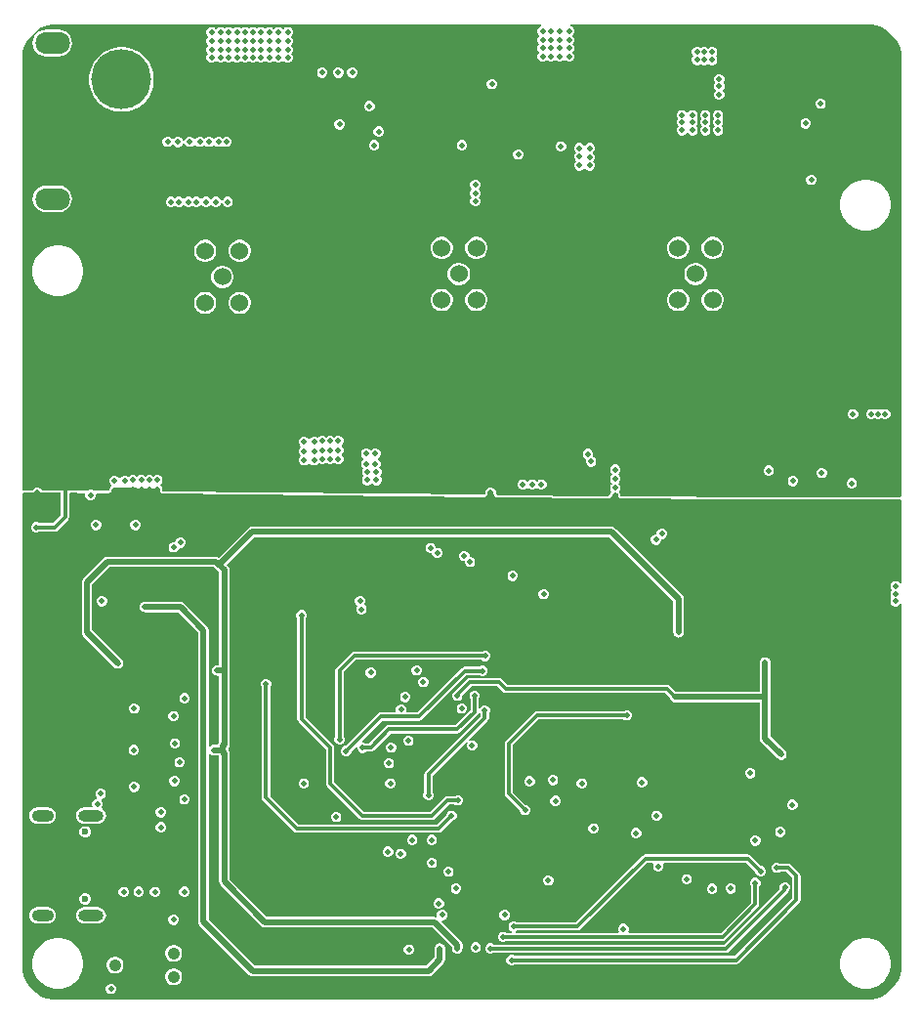
<source format=gbr>
%TF.GenerationSoftware,Altium Limited,Altium Designer,23.1.1 (15)*%
G04 Layer_Physical_Order=4*
G04 Layer_Color=16440176*
%FSLAX45Y45*%
%MOMM*%
%TF.SameCoordinates,3B15BE60-5205-462F-B1BE-89E8C5D5736D*%
%TF.FilePolarity,Positive*%
%TF.FileFunction,Copper,L4,Inr,Signal*%
%TF.Part,Single*%
G01*
G75*
%TA.AperFunction,Conductor*%
%ADD75C,0.30000*%
%ADD78C,0.50000*%
%TA.AperFunction,ComponentPad*%
%ADD85C,5.20000*%
%ADD86C,1.52400*%
%ADD87C,1.06700*%
%ADD88O,3.00000X1.90000*%
%ADD89C,0.60000*%
%ADD90O,2.20000X1.00000*%
%ADD91O,1.90000X1.00000*%
%TA.AperFunction,ViaPad*%
%ADD92C,0.50000*%
G36*
X6575664Y11337738D02*
X6600000Y11337738D01*
X10785246Y11336343D01*
X10787771Y11323642D01*
X10774510Y11318149D01*
X10761851Y11305490D01*
X10755000Y11288951D01*
Y11271049D01*
X10761851Y11254510D01*
X10768064Y11248297D01*
X10773334Y11240000D01*
X10768064Y11231703D01*
X10761851Y11225490D01*
X10755000Y11208951D01*
Y11191049D01*
X10761851Y11174510D01*
X10771361Y11165000D01*
X10761851Y11155491D01*
X10755000Y11138951D01*
Y11121049D01*
X10761851Y11104510D01*
X10771361Y11095000D01*
X10761851Y11085490D01*
X10755000Y11068951D01*
Y11051049D01*
X10761851Y11034510D01*
X10774510Y11021851D01*
X10791049Y11015000D01*
X10808951D01*
X10825491Y11021851D01*
X10835000Y11031360D01*
X10844510Y11021851D01*
X10861049Y11015000D01*
X10878951D01*
X10895491Y11021851D01*
X10901703Y11028064D01*
X10910000Y11033334D01*
X10918297Y11028064D01*
X10924510Y11021851D01*
X10941049Y11015000D01*
X10958951D01*
X10975491Y11021851D01*
X10981703Y11028064D01*
X10990000Y11033334D01*
X10998297Y11028064D01*
X11004510Y11021851D01*
X11021049Y11015000D01*
X11038951D01*
X11055491Y11021851D01*
X11068149Y11034510D01*
X11075000Y11051049D01*
Y11068951D01*
X11068149Y11085490D01*
X11058640Y11095000D01*
X11068149Y11104510D01*
X11075000Y11121049D01*
Y11138951D01*
X11068149Y11155491D01*
X11058640Y11165000D01*
X11068149Y11174510D01*
X11075000Y11191049D01*
Y11208951D01*
X11068149Y11225490D01*
X11061936Y11231703D01*
X11056667Y11240000D01*
X11061936Y11248297D01*
X11068149Y11254510D01*
X11075000Y11271049D01*
Y11288951D01*
X11068149Y11305490D01*
X11055491Y11318149D01*
X11042435Y11323557D01*
X11044963Y11336256D01*
X13638246Y11335392D01*
X13638246Y11335391D01*
X13638248Y11335391D01*
X13660382Y11335393D01*
X13703804Y11326757D01*
X13744707Y11309815D01*
X13781516Y11285217D01*
X13797168Y11269564D01*
X13851114Y11215618D01*
X13851114Y11215618D01*
X13864946Y11201787D01*
X13886681Y11169260D01*
X13901653Y11133117D01*
X13909283Y11094748D01*
X13909282Y11075187D01*
X13909282Y7250141D01*
X13908958Y7248822D01*
X13906587Y7245383D01*
X13897356Y7238996D01*
X13896593Y7238903D01*
X13895837Y7239053D01*
X13895512D01*
X13895480Y7239046D01*
X13895445Y7239053D01*
X13894614Y7239053D01*
X13890721Y7239827D01*
X13889217Y7239900D01*
X13889217Y7239900D01*
X13887177Y7239999D01*
X12385229Y7240002D01*
X12384517Y7240196D01*
X12383856Y7240242D01*
X12383386Y7240711D01*
X12381774Y7241788D01*
X12378193Y7243271D01*
X12374630Y7244790D01*
X12374523Y7244791D01*
X12374423Y7244833D01*
X12370541Y7244832D01*
X12366674Y7244872D01*
X12366574Y7244832D01*
X12366467D01*
X12362888Y7243349D01*
X12359292Y7241903D01*
X12357150Y7240503D01*
X12355343Y7240153D01*
X11911137Y7244734D01*
X11476261Y7249218D01*
X11476214Y7249228D01*
X11476181Y7249263D01*
X11475029Y7251004D01*
X11475010Y7251051D01*
X11475000Y7251103D01*
Y7268951D01*
X11468149Y7285490D01*
X11463639Y7290000D01*
X11468149Y7294510D01*
X11475000Y7311049D01*
Y7328951D01*
X11468149Y7345491D01*
X11461936Y7351703D01*
X11456666Y7360000D01*
X11461936Y7368297D01*
X11468149Y7374510D01*
X11475000Y7391049D01*
Y7408951D01*
X11468149Y7425490D01*
X11461936Y7431703D01*
X11456666Y7440000D01*
X11461936Y7448297D01*
X11468149Y7454510D01*
X11475000Y7471049D01*
Y7488951D01*
X11468149Y7505490D01*
X11455490Y7518149D01*
X11438951Y7525000D01*
X11421049D01*
X11404510Y7518149D01*
X11391851Y7505490D01*
X11385000Y7488951D01*
Y7471049D01*
X11391851Y7454510D01*
X11398064Y7448297D01*
X11403334Y7440000D01*
X11398064Y7431703D01*
X11391851Y7425490D01*
X11385000Y7408951D01*
Y7391049D01*
X11391851Y7374510D01*
X11398064Y7368297D01*
X11403334Y7360000D01*
X11398064Y7351703D01*
X11391851Y7345491D01*
X11385000Y7328951D01*
Y7311049D01*
X11391851Y7294510D01*
X11396361Y7290000D01*
X11391851Y7285490D01*
X11385000Y7268951D01*
Y7264869D01*
X11384631Y7263012D01*
Y7263008D01*
X11384623Y7263000D01*
X11383590Y7261429D01*
X11373909Y7251600D01*
X11372548Y7250711D01*
X11372471Y7250636D01*
X11372363Y7250635D01*
X11370774Y7250306D01*
X10401989Y7260296D01*
X10401942Y7260306D01*
X10401908Y7260341D01*
X10394967Y7270845D01*
X10394946Y7270896D01*
X10394943Y7270912D01*
X10395000Y7271049D01*
Y7288951D01*
X10388149Y7305490D01*
X10375490Y7318149D01*
X10358951Y7325000D01*
X10341049D01*
X10324509Y7318149D01*
X10311851Y7305490D01*
X10305000Y7288951D01*
Y7274970D01*
X10304876Y7274030D01*
X10304513Y7273155D01*
X10298707Y7263111D01*
X10298208Y7262542D01*
X10297617Y7261520D01*
X10296438Y7261532D01*
X10295695Y7261393D01*
X7511908Y7290099D01*
X7511860Y7290109D01*
X7511826Y7290143D01*
X7504884Y7300650D01*
X7504863Y7300699D01*
X7504861Y7300713D01*
X7505000Y7301049D01*
Y7318951D01*
X7498149Y7335490D01*
X7491936Y7341703D01*
X7486667Y7350000D01*
X7491936Y7358297D01*
X7498149Y7364510D01*
X7505000Y7381049D01*
Y7398951D01*
X7498149Y7415490D01*
X7485490Y7428149D01*
X7468951Y7435000D01*
X7451049D01*
X7434510Y7428149D01*
X7425000Y7418639D01*
X7415490Y7428149D01*
X7398951Y7435000D01*
X7381049D01*
X7364510Y7428149D01*
X7355000Y7418639D01*
X7345491Y7428149D01*
X7328951Y7435000D01*
X7311049D01*
X7294510Y7428149D01*
X7285000Y7418639D01*
X7275490Y7428149D01*
X7258951Y7435000D01*
X7241049D01*
X7224510Y7428149D01*
X7211851Y7415491D01*
X7208763Y7414876D01*
X7205491Y7418149D01*
X7188951Y7425000D01*
X7171049D01*
X7154510Y7418149D01*
X7141851Y7405491D01*
X7128149D01*
X7115490Y7418149D01*
X7098951Y7425000D01*
X7081049D01*
X7064510Y7418149D01*
X7051851Y7405490D01*
X7045000Y7388951D01*
Y7371049D01*
X7051851Y7354510D01*
X7058064Y7348297D01*
X7058643Y7347384D01*
X7059326Y7345334D01*
X7059949Y7339422D01*
X7059947Y7334738D01*
X7058978Y7333228D01*
X7058028Y7331732D01*
X7056774Y7330478D01*
X7056644Y7330284D01*
X7051851Y7325490D01*
X7045000Y7308951D01*
Y7305899D01*
X7044632Y7304094D01*
X7043609Y7302565D01*
X7037364Y7296383D01*
X7035823Y7295377D01*
X7034018Y7295027D01*
X6907306Y7296334D01*
X6905490Y7298149D01*
X6888951Y7305000D01*
X6871049D01*
X6854510Y7298149D01*
X6853252Y7296891D01*
X6704923Y7298421D01*
X6624525Y7299250D01*
X6462040Y7300925D01*
X6460268Y7301297D01*
X6459263Y7302802D01*
X6458149Y7305490D01*
X6445491Y7318149D01*
X6428951Y7325000D01*
X6411049D01*
X6394510Y7318149D01*
X6381851Y7305490D01*
X6381040Y7303532D01*
X6380076Y7302121D01*
X6378401Y7301788D01*
X6296498Y7302632D01*
X6287261Y7310993D01*
Y11073217D01*
X6287260Y11075016D01*
X6287331Y11075371D01*
X6292610Y11086131D01*
X6292610Y11086132D01*
X6292609Y11103670D01*
X6299452Y11138074D01*
X6312876Y11170482D01*
X6332364Y11199649D01*
X6344767Y11212050D01*
X6396057Y11263341D01*
X6396058Y11263340D01*
X6396058Y11263340D01*
X6413747Y11281031D01*
X6455348Y11308830D01*
X6501574Y11327977D01*
X6550647Y11337738D01*
X6575664Y11337738D01*
D02*
G37*
G36*
X7484341Y7315538D02*
X7484608Y7314894D01*
Y7301429D01*
X7484462Y7300694D01*
X7484844Y7298776D01*
X7484833Y7296821D01*
X7485612Y7294913D01*
X7486015Y7292890D01*
X7487102Y7291264D01*
X7487840Y7289454D01*
X7494841Y7278858D01*
X7496217Y7277468D01*
X7497288Y7275829D01*
X7498989Y7274667D01*
X7500438Y7273203D01*
X7502242Y7272445D01*
X7503857Y7271341D01*
X7505873Y7270919D01*
X7507773Y7270120D01*
X7509730Y7270110D01*
X7511645Y7269709D01*
X10297492Y7240981D01*
X10300209Y7241492D01*
X10302970Y7241672D01*
X10304087Y7242222D01*
X10305311Y7242453D01*
X10307626Y7243965D01*
X10310108Y7245187D01*
X10310929Y7246123D01*
X10311972Y7246805D01*
X10313533Y7249089D01*
X10315357Y7251167D01*
X10322655Y7263792D01*
X10323090Y7265071D01*
X10323840Y7266194D01*
X10324359Y7268804D01*
X10325216Y7271325D01*
X10327121Y7276141D01*
X10334423Y7283361D01*
X10373344Y7282921D01*
X10374543Y7270884D01*
X10374925Y7268970D01*
X10374915Y7267018D01*
X10375695Y7265106D01*
X10376099Y7263081D01*
X10377184Y7261458D01*
X10377922Y7259651D01*
X10384923Y7249055D01*
X10386299Y7247665D01*
X10387369Y7246027D01*
X10389071Y7244865D01*
X10390520Y7243400D01*
X10392324Y7242642D01*
X10393939Y7241539D01*
X10395955Y7241116D01*
X10397855Y7240317D01*
X10399812Y7240307D01*
X10401726Y7239906D01*
X11372405Y7229896D01*
X11372588Y7229931D01*
X11372770Y7229896D01*
X11376492Y7230665D01*
X11380225Y7231368D01*
X11380380Y7231469D01*
X11380561Y7231507D01*
X11383703Y7233640D01*
X11386886Y7235720D01*
X11386990Y7235874D01*
X11387143Y7235977D01*
X11399528Y7248551D01*
X11401663Y7251799D01*
X11403840Y7255057D01*
X11403855Y7255134D01*
X11403898Y7255200D01*
X11404631Y7259034D01*
X11405392Y7262860D01*
X11415499Y7271155D01*
X11452186Y7270741D01*
X11454608Y7264895D01*
Y7251049D01*
X11454990Y7249132D01*
X11454979Y7247175D01*
X11455758Y7245266D01*
X11456160Y7243246D01*
X11457247Y7241620D01*
X11457986Y7239808D01*
X11459196Y7237978D01*
X11460572Y7236588D01*
X11461642Y7234949D01*
X11463343Y7233787D01*
X11464792Y7232323D01*
X11466597Y7231564D01*
X11468212Y7230461D01*
X11470227Y7230038D01*
X11472127Y7229240D01*
X11474085Y7229229D01*
X11475999Y7228828D01*
X12357089Y7219742D01*
X12357142Y7219752D01*
X12357195Y7219742D01*
X12361048Y7220487D01*
X12364909Y7221214D01*
X12364954Y7221244D01*
X12365007Y7221254D01*
X12368273Y7223413D01*
X12370446Y7224832D01*
X12372059Y7223755D01*
X12374655Y7221746D01*
X12375346Y7221558D01*
X12375942Y7221160D01*
X12379162Y7220520D01*
X12382333Y7219657D01*
X12383044Y7219748D01*
X12383745Y7219608D01*
X13886682Y7219608D01*
X13888222Y7219532D01*
X13892607Y7218661D01*
X13895450Y7218661D01*
X13895459Y7218658D01*
X13895512Y7218661D01*
X13895837D01*
X13899062Y7218421D01*
X13900040Y7218541D01*
X13900926Y7218512D01*
X13905559Y7216273D01*
X13911234Y7211818D01*
X13912740Y7209486D01*
Y6493453D01*
X13900040Y6490927D01*
X13898149Y6495490D01*
X13885490Y6508149D01*
X13868951Y6515000D01*
X13851048D01*
X13834509Y6508149D01*
X13821851Y6495490D01*
X13814999Y6478951D01*
Y6461049D01*
X13821851Y6444510D01*
X13831361Y6435000D01*
X13821851Y6425490D01*
X13814999Y6408951D01*
Y6391049D01*
X13821851Y6374509D01*
X13826360Y6370000D01*
X13821851Y6365490D01*
X13814999Y6348951D01*
Y6331049D01*
X13821851Y6314510D01*
X13834509Y6301851D01*
X13851048Y6295000D01*
X13868951D01*
X13885490Y6301851D01*
X13898149Y6314510D01*
X13900040Y6319073D01*
X13912740Y6316547D01*
Y3165639D01*
Y3143907D01*
X13904260Y3101278D01*
X13887627Y3061122D01*
X13863480Y3024983D01*
X13848112Y3009616D01*
X13775636Y2937140D01*
Y2937140D01*
X13766310Y2927814D01*
X13744376Y2913158D01*
X13720004Y2903063D01*
X13694131Y2897917D01*
X13680943D01*
X13678409Y2895383D01*
X13672450Y2891401D01*
X13665829Y2888659D01*
X13658800Y2887261D01*
X6550652D01*
X6501580Y2897022D01*
X6455355Y2916169D01*
X6413754Y2943966D01*
X6354563Y3003157D01*
Y3003157D01*
X6354562Y3003157D01*
X6339196Y3018524D01*
X6315048Y3054663D01*
X6298415Y3094818D01*
X6289936Y3137447D01*
Y3159179D01*
X6289300Y3159815D01*
X6288300Y3161311D01*
X6287612Y3162974D01*
X6287261Y3164739D01*
Y7273308D01*
X6296287Y7282241D01*
X6380099Y7281377D01*
X6380205Y7281397D01*
X6380310Y7281376D01*
X6384102Y7282130D01*
X6387918Y7282849D01*
X6388008Y7282908D01*
X6388113Y7282929D01*
X6391329Y7285078D01*
X6394579Y7287201D01*
X6394640Y7287290D01*
X6394729Y7287349D01*
X6396874Y7290559D01*
X6399067Y7293771D01*
X6399090Y7293876D01*
X6399118Y7293919D01*
X6406061Y7300862D01*
X6415106Y7304608D01*
X6424895D01*
X6433939Y7300862D01*
X6440862Y7293939D01*
X6441192Y7293142D01*
X6443339Y7289929D01*
X6445464Y7286676D01*
X6445553Y7286616D01*
X6445612Y7286526D01*
X6448842Y7284368D01*
X6452034Y7282188D01*
X6452138Y7282166D01*
X6452228Y7282106D01*
X6456036Y7281349D01*
X6459821Y7280555D01*
X6624314Y7278859D01*
Y7084781D01*
X6555219Y7015686D01*
X6437954D01*
X6435491Y7018149D01*
X6418951Y7025000D01*
X6401049D01*
X6384510Y7018149D01*
X6371851Y7005490D01*
X6365000Y6988951D01*
Y6971049D01*
X6371851Y6954510D01*
X6384510Y6941851D01*
X6401049Y6935000D01*
X6418951D01*
X6435491Y6941851D01*
X6437954Y6944314D01*
X6570000D01*
X6583656Y6947031D01*
X6595234Y6954766D01*
X6685234Y7044766D01*
X6692969Y7056344D01*
X6695686Y7070000D01*
Y7269096D01*
X6704712Y7278030D01*
X6829854Y7276739D01*
X6835000Y7268951D01*
Y7251049D01*
X6841851Y7234510D01*
X6854510Y7221851D01*
X6871049Y7215000D01*
X6888951D01*
X6905490Y7221851D01*
X6918149Y7234510D01*
X6925000Y7251049D01*
Y7263057D01*
X6934923Y7275656D01*
X7035763Y7274616D01*
X7035815Y7274626D01*
X7035868Y7274615D01*
X7039732Y7275363D01*
X7043583Y7276088D01*
X7043628Y7276117D01*
X7043680Y7276127D01*
X7046930Y7278275D01*
X7050243Y7280440D01*
X7050274Y7280484D01*
X7050318Y7280514D01*
X7059345Y7289448D01*
X7059375Y7289492D01*
X7059419Y7289522D01*
X7061607Y7292795D01*
X7063799Y7296041D01*
X7063810Y7296093D01*
X7063840Y7296137D01*
X7064606Y7299987D01*
X7065392Y7303836D01*
X7065382Y7303889D01*
X7065392Y7303941D01*
Y7304894D01*
X7069139Y7313939D01*
X7072483Y7317284D01*
X7073729Y7319149D01*
X7074698Y7320163D01*
X7484341Y7315538D01*
D02*
G37*
%LPC*%
G36*
X8598951Y11315000D02*
X8581049D01*
X8564510Y11308149D01*
X8558297Y11301936D01*
X8550000Y11296667D01*
X8541703Y11301936D01*
X8535490Y11308149D01*
X8518951Y11315000D01*
X8501049D01*
X8484510Y11308149D01*
X8478297Y11301936D01*
X8470000Y11296667D01*
X8461703Y11301936D01*
X8455490Y11308149D01*
X8438951Y11315000D01*
X8421049D01*
X8404509Y11308149D01*
X8395000Y11298640D01*
X8385490Y11308149D01*
X8368951Y11315000D01*
X8351049D01*
X8334510Y11308149D01*
X8325000Y11298639D01*
X8315490Y11308149D01*
X8298951Y11315000D01*
X8281049D01*
X8264510Y11308149D01*
X8255000Y11298640D01*
X8245490Y11308149D01*
X8228951Y11315000D01*
X8211049D01*
X8194510Y11308149D01*
X8185000Y11298639D01*
X8175490Y11308149D01*
X8158951Y11315000D01*
X8141049D01*
X8124510Y11308149D01*
X8115000Y11298640D01*
X8105491Y11308149D01*
X8088951Y11315000D01*
X8071049D01*
X8054510Y11308149D01*
X8045000Y11298639D01*
X8035490Y11308149D01*
X8018951Y11315000D01*
X8001049D01*
X7984510Y11308149D01*
X7978297Y11301936D01*
X7970000Y11296667D01*
X7961703Y11301936D01*
X7955490Y11308149D01*
X7938951Y11315000D01*
X7921049D01*
X7904509Y11308149D01*
X7891851Y11295490D01*
X7885000Y11278951D01*
Y11261049D01*
X7891851Y11244510D01*
X7898064Y11238297D01*
X7903333Y11230000D01*
X7898064Y11221703D01*
X7891851Y11215490D01*
X7885000Y11198951D01*
Y11181049D01*
X7891851Y11164510D01*
X7901360Y11155000D01*
X7891851Y11145491D01*
X7885000Y11128951D01*
Y11111049D01*
X7891851Y11094510D01*
X7901360Y11085000D01*
X7891851Y11075490D01*
X7885000Y11058951D01*
Y11041049D01*
X7891851Y11024510D01*
X7904509Y11011851D01*
X7921049Y11005000D01*
X7938951D01*
X7955490Y11011851D01*
X7961703Y11018064D01*
X7970000Y11023334D01*
X7978297Y11018064D01*
X7984510Y11011851D01*
X8001049Y11005000D01*
X8018951D01*
X8035490Y11011851D01*
X8045000Y11021361D01*
X8054510Y11011851D01*
X8071049Y11005000D01*
X8088951D01*
X8105491Y11011851D01*
X8115000Y11021360D01*
X8124510Y11011851D01*
X8141049Y11005000D01*
X8158951D01*
X8175490Y11011851D01*
X8185000Y11021361D01*
X8194510Y11011851D01*
X8211049Y11005000D01*
X8228951D01*
X8245490Y11011851D01*
X8255000Y11021360D01*
X8264510Y11011851D01*
X8281049Y11005000D01*
X8298951D01*
X8315490Y11011851D01*
X8325000Y11021361D01*
X8334510Y11011851D01*
X8351049Y11005000D01*
X8368951D01*
X8385490Y11011851D01*
X8395000Y11021360D01*
X8404509Y11011851D01*
X8421049Y11005000D01*
X8438951D01*
X8455490Y11011851D01*
X8461703Y11018064D01*
X8470000Y11023334D01*
X8478297Y11018064D01*
X8484510Y11011851D01*
X8501049Y11005000D01*
X8518951D01*
X8535490Y11011851D01*
X8541703Y11018064D01*
X8550000Y11023334D01*
X8558297Y11018064D01*
X8564510Y11011851D01*
X8581049Y11005000D01*
X8598951D01*
X8615491Y11011851D01*
X8628149Y11024510D01*
X8635000Y11041049D01*
Y11058951D01*
X8628149Y11075490D01*
X8618640Y11085000D01*
X8628149Y11094510D01*
X8635000Y11111049D01*
Y11128951D01*
X8628149Y11145491D01*
X8618640Y11155000D01*
X8628149Y11164510D01*
X8635000Y11181049D01*
Y11198951D01*
X8628149Y11215490D01*
X8621936Y11221703D01*
X8616667Y11230000D01*
X8621936Y11238297D01*
X8628149Y11244510D01*
X8635000Y11261049D01*
Y11278951D01*
X8628149Y11295490D01*
X8615491Y11308149D01*
X8598951Y11315000D01*
D02*
G37*
G36*
X12278951Y11145000D02*
X12261049D01*
X12244510Y11138149D01*
X12235000Y11128639D01*
X12225490Y11138149D01*
X12208951Y11145000D01*
X12191049D01*
X12174509Y11138149D01*
X12170000Y11133639D01*
X12165491Y11138149D01*
X12148951Y11145000D01*
X12131049D01*
X12114510Y11138149D01*
X12101851Y11125490D01*
X12095000Y11108951D01*
Y11091049D01*
X12101851Y11074509D01*
X12111361Y11065000D01*
X12101851Y11055490D01*
X12095000Y11038951D01*
Y11021049D01*
X12101851Y11004510D01*
X12114510Y10991851D01*
X12131049Y10985000D01*
X12148951D01*
X12165491Y10991851D01*
X12170000Y10996361D01*
X12174509Y10991851D01*
X12191049Y10985000D01*
X12208951D01*
X12225490Y10991851D01*
X12235000Y11001361D01*
X12244510Y10991851D01*
X12261049Y10985000D01*
X12278951D01*
X12295491Y10991851D01*
X12308149Y11004510D01*
X12315000Y11021049D01*
Y11038951D01*
X12308149Y11055490D01*
X12298640Y11065000D01*
X12308149Y11074509D01*
X12315000Y11091049D01*
Y11108951D01*
X12308149Y11125490D01*
X12295491Y11138149D01*
X12278951Y11145000D01*
D02*
G37*
G36*
X6605000Y11290992D02*
X6495000D01*
X6464979Y11287040D01*
X6437004Y11275452D01*
X6412981Y11257019D01*
X6394548Y11232996D01*
X6382960Y11205021D01*
X6379008Y11175000D01*
X6382960Y11144979D01*
X6394548Y11117004D01*
X6412981Y11092981D01*
X6437004Y11074548D01*
X6464979Y11062960D01*
X6495000Y11059008D01*
X6605000D01*
X6635021Y11062960D01*
X6662996Y11074548D01*
X6687019Y11092981D01*
X6705452Y11117004D01*
X6717040Y11144979D01*
X6720992Y11175000D01*
X6717040Y11205021D01*
X6705452Y11232996D01*
X6687019Y11257019D01*
X6662996Y11275452D01*
X6635021Y11287040D01*
X6605000Y11290992D01*
D02*
G37*
G36*
X9158951Y10965000D02*
X9141049D01*
X9124510Y10958149D01*
X9111851Y10945490D01*
X9105000Y10928951D01*
Y10911049D01*
X9111851Y10894510D01*
X9124510Y10881851D01*
X9141049Y10875000D01*
X9158951D01*
X9175490Y10881851D01*
X9188149Y10894510D01*
X9195000Y10911049D01*
Y10928951D01*
X9188149Y10945490D01*
X9175490Y10958149D01*
X9158951Y10965000D01*
D02*
G37*
G36*
X9038951D02*
X9021049D01*
X9004510Y10958149D01*
X8991851Y10945490D01*
X8985000Y10928951D01*
Y10911049D01*
X8991851Y10894510D01*
X9004510Y10881851D01*
X9021049Y10875000D01*
X9038951D01*
X9055490Y10881851D01*
X9068149Y10894510D01*
X9075000Y10911049D01*
Y10928951D01*
X9068149Y10945490D01*
X9055490Y10958149D01*
X9038951Y10965000D01*
D02*
G37*
G36*
X8898951D02*
X8881049D01*
X8864510Y10958149D01*
X8851851Y10945490D01*
X8845000Y10928951D01*
Y10911049D01*
X8851851Y10894510D01*
X8864510Y10881851D01*
X8881049Y10875000D01*
X8898951D01*
X8915490Y10881851D01*
X8928149Y10894510D01*
X8935000Y10911049D01*
Y10928951D01*
X8928149Y10945490D01*
X8915490Y10958149D01*
X8898951Y10965000D01*
D02*
G37*
G36*
X10368951Y10865000D02*
X10351049D01*
X10334510Y10858149D01*
X10321851Y10845490D01*
X10315000Y10828951D01*
Y10811049D01*
X10321851Y10794510D01*
X10334510Y10781851D01*
X10351049Y10775000D01*
X10368951D01*
X10385491Y10781851D01*
X10398149Y10794510D01*
X10405000Y10811049D01*
Y10828951D01*
X10398149Y10845490D01*
X10385491Y10858149D01*
X10368951Y10865000D01*
D02*
G37*
G36*
X12338951Y10905000D02*
X12321049D01*
X12304510Y10898149D01*
X12291851Y10885491D01*
X12285000Y10868951D01*
Y10851049D01*
X12291851Y10834510D01*
X12296360Y10830000D01*
X12291851Y10825491D01*
X12285000Y10808951D01*
Y10791049D01*
X12291851Y10774510D01*
X12301361Y10765000D01*
X12291851Y10755491D01*
X12285000Y10738951D01*
Y10721049D01*
X12291851Y10704510D01*
X12304510Y10691851D01*
X12321049Y10685000D01*
X12338951D01*
X12355490Y10691851D01*
X12368149Y10704510D01*
X12375000Y10721049D01*
Y10738951D01*
X12368149Y10755491D01*
X12358639Y10765000D01*
X12368149Y10774510D01*
X12375000Y10791049D01*
Y10808951D01*
X12368149Y10825491D01*
X12363639Y10830000D01*
X12368149Y10834510D01*
X12375000Y10851049D01*
Y10868951D01*
X12368149Y10885491D01*
X12355490Y10898149D01*
X12338951Y10905000D01*
D02*
G37*
G36*
X13218951Y10695000D02*
X13201048D01*
X13184509Y10688149D01*
X13171851Y10675491D01*
X13164999Y10658951D01*
Y10641049D01*
X13171851Y10624510D01*
X13184509Y10611851D01*
X13201048Y10605000D01*
X13218951D01*
X13235490Y10611851D01*
X13248149Y10624510D01*
X13255000Y10641049D01*
Y10658951D01*
X13248149Y10675491D01*
X13235490Y10688149D01*
X13218951Y10695000D01*
D02*
G37*
G36*
X9308951Y10675000D02*
X9291049D01*
X9274510Y10668149D01*
X9261851Y10655491D01*
X9255000Y10638951D01*
Y10621049D01*
X9261851Y10604510D01*
X9274510Y10591851D01*
X9291049Y10585000D01*
X9308951D01*
X9325490Y10591851D01*
X9338149Y10604510D01*
X9345000Y10621049D01*
Y10638951D01*
X9338149Y10655491D01*
X9325490Y10668149D01*
X9308951Y10675000D01*
D02*
G37*
G36*
X7172036Y11140000D02*
X7127963D01*
X7084433Y11133105D01*
X7042517Y11119486D01*
X7003248Y11099478D01*
X6967592Y11073572D01*
X6936428Y11042408D01*
X6910522Y11006752D01*
X6890514Y10967483D01*
X6876895Y10925567D01*
X6870000Y10882037D01*
Y10837964D01*
X6876895Y10794433D01*
X6890514Y10752517D01*
X6910522Y10713248D01*
X6936428Y10677592D01*
X6967592Y10646428D01*
X7003248Y10620523D01*
X7042517Y10600514D01*
X7084433Y10586895D01*
X7127963Y10580000D01*
X7172036D01*
X7215567Y10586895D01*
X7257483Y10600514D01*
X7296752Y10620523D01*
X7332408Y10646428D01*
X7363572Y10677592D01*
X7389477Y10713248D01*
X7409486Y10752517D01*
X7423105Y10794433D01*
X7430000Y10837964D01*
Y10882037D01*
X7423105Y10925567D01*
X7409486Y10967483D01*
X7389477Y11006752D01*
X7363572Y11042408D01*
X7332408Y11073572D01*
X7296752Y11099478D01*
X7257483Y11119486D01*
X7215567Y11133105D01*
X7172036Y11140000D01*
D02*
G37*
G36*
X12108951Y10595000D02*
X12091049D01*
X12074510Y10588149D01*
X12061851Y10575491D01*
X12061350Y10574282D01*
X12048650D01*
X12048149Y10575491D01*
X12035491Y10588149D01*
X12018951Y10595000D01*
X12001049D01*
X11984510Y10588149D01*
X11971851Y10575491D01*
X11965000Y10558951D01*
Y10541049D01*
X11971851Y10524510D01*
X11976361Y10520000D01*
X11971851Y10515491D01*
X11965000Y10498951D01*
Y10481049D01*
X11971851Y10464510D01*
X11981361Y10455000D01*
X11971851Y10445491D01*
X11965000Y10428951D01*
Y10411049D01*
X11971851Y10394510D01*
X11984510Y10381851D01*
X12001049Y10375000D01*
X12018951D01*
X12035491Y10381851D01*
X12048149Y10394510D01*
X12048650Y10395719D01*
X12061350D01*
X12061851Y10394510D01*
X12074510Y10381851D01*
X12091049Y10375000D01*
X12108951D01*
X12125490Y10381851D01*
X12138149Y10394510D01*
X12145000Y10411049D01*
Y10428951D01*
X12138149Y10445491D01*
X12128639Y10455000D01*
X12138149Y10464510D01*
X12145000Y10481049D01*
Y10498951D01*
X12138149Y10515491D01*
X12133639Y10520000D01*
X12138149Y10524510D01*
X12145000Y10541049D01*
Y10558951D01*
X12138149Y10575491D01*
X12125490Y10588149D01*
X12108951Y10595000D01*
D02*
G37*
G36*
X13088951Y10525000D02*
X13071049D01*
X13054510Y10518149D01*
X13041850Y10505491D01*
X13035001Y10488951D01*
Y10471049D01*
X13041850Y10454510D01*
X13054510Y10441851D01*
X13071049Y10435000D01*
X13088951D01*
X13105490Y10441851D01*
X13118149Y10454510D01*
X13125000Y10471049D01*
Y10488951D01*
X13118149Y10505491D01*
X13105490Y10518149D01*
X13088951Y10525000D01*
D02*
G37*
G36*
X9048951Y10515000D02*
X9031049D01*
X9014510Y10508149D01*
X9001851Y10495490D01*
X8995000Y10478951D01*
Y10461049D01*
X9001851Y10444509D01*
X9014510Y10431851D01*
X9031049Y10425000D01*
X9048951D01*
X9065490Y10431851D01*
X9078149Y10444509D01*
X9085000Y10461049D01*
Y10478951D01*
X9078149Y10495490D01*
X9065490Y10508149D01*
X9048951Y10515000D01*
D02*
G37*
G36*
X12218951Y10595000D02*
X12201049D01*
X12184510Y10588149D01*
X12171851Y10575491D01*
X12165000Y10558951D01*
Y10541049D01*
X12171851Y10524510D01*
X12176360Y10520000D01*
X12171851Y10515491D01*
X12165000Y10498951D01*
Y10481049D01*
X12171851Y10464510D01*
X12181360Y10455000D01*
X12171851Y10445491D01*
X12165000Y10428951D01*
Y10411049D01*
X12171851Y10394510D01*
X12184510Y10381851D01*
X12201049Y10375000D01*
X12218951D01*
X12235490Y10381851D01*
X12248149Y10394510D01*
X12255000Y10411049D01*
Y10428951D01*
X12248149Y10445491D01*
X12238639Y10455000D01*
X12248149Y10464510D01*
X12255000Y10481049D01*
Y10498951D01*
X12248149Y10515491D01*
X12243639Y10520000D01*
X12248149Y10524510D01*
X12255000Y10541049D01*
Y10558951D01*
X12248149Y10575491D01*
X12235490Y10588149D01*
X12218951Y10595000D01*
D02*
G37*
G36*
X12328951Y10595000D02*
X12311049D01*
X12294510Y10588149D01*
X12281851Y10575490D01*
X12275000Y10558951D01*
Y10541049D01*
X12281851Y10524510D01*
X12286360Y10520000D01*
X12281851Y10515491D01*
X12275000Y10498951D01*
Y10481049D01*
X12281851Y10464510D01*
X12291361Y10455000D01*
X12281851Y10445490D01*
X12275000Y10428951D01*
Y10411049D01*
X12281851Y10394510D01*
X12294510Y10381851D01*
X12311049Y10375000D01*
X12328951D01*
X12345490Y10381851D01*
X12358149Y10394510D01*
X12365000Y10411049D01*
Y10428951D01*
X12358149Y10445490D01*
X12348639Y10455000D01*
X12358149Y10464510D01*
X12365000Y10481049D01*
Y10498951D01*
X12358149Y10515491D01*
X12353640Y10520000D01*
X12358149Y10524510D01*
X12365000Y10541049D01*
Y10558951D01*
X12358149Y10575490D01*
X12345490Y10588149D01*
X12328951Y10595000D01*
D02*
G37*
G36*
X9388951Y10455000D02*
X9371049D01*
X9354510Y10448149D01*
X9341851Y10435490D01*
X9335000Y10418951D01*
Y10401049D01*
X9341851Y10384510D01*
X9354510Y10371851D01*
X9371049Y10365000D01*
X9388951D01*
X9405490Y10371851D01*
X9418149Y10384510D01*
X9425000Y10401049D01*
Y10418951D01*
X9418149Y10435490D01*
X9405490Y10448149D01*
X9388951Y10455000D01*
D02*
G37*
G36*
X8068951Y10365000D02*
X8051049D01*
X8034509Y10358149D01*
X8025000Y10348639D01*
X8015490Y10358149D01*
X7998951Y10365000D01*
X7981049D01*
X7964510Y10358149D01*
X7958297Y10351936D01*
X7950000Y10346666D01*
X7941703Y10351936D01*
X7935490Y10358149D01*
X7918951Y10365000D01*
X7901049D01*
X7884510Y10358149D01*
X7878297Y10351936D01*
X7870000Y10346666D01*
X7861703Y10351936D01*
X7855491Y10358149D01*
X7838951Y10365000D01*
X7821049D01*
X7804510Y10358149D01*
X7791851Y10345491D01*
X7778149D01*
X7765490Y10358149D01*
X7748951Y10365000D01*
X7731049D01*
X7714510Y10358149D01*
X7701851Y10345490D01*
X7696789Y10333270D01*
X7683267Y10332729D01*
X7678498Y10344241D01*
X7665839Y10356900D01*
X7649300Y10363751D01*
X7631398D01*
X7614859Y10356900D01*
X7602200Y10344242D01*
X7588560Y10344498D01*
X7588149Y10345490D01*
X7575490Y10358149D01*
X7558951Y10365000D01*
X7541049D01*
X7524509Y10358149D01*
X7511851Y10345490D01*
X7505000Y10328951D01*
Y10311049D01*
X7511851Y10294510D01*
X7524509Y10281851D01*
X7541049Y10275000D01*
X7558951D01*
X7575490Y10281851D01*
X7588149Y10294509D01*
X7601789Y10294253D01*
X7602200Y10293261D01*
X7614859Y10280602D01*
X7631398Y10273751D01*
X7649300D01*
X7665839Y10280602D01*
X7678498Y10293261D01*
X7683560Y10305481D01*
X7697082Y10306022D01*
X7701851Y10294510D01*
X7714510Y10281851D01*
X7731049Y10275000D01*
X7748951D01*
X7765490Y10281851D01*
X7778149Y10294509D01*
X7791851D01*
X7804510Y10281851D01*
X7821049Y10275000D01*
X7838951D01*
X7855491Y10281851D01*
X7861703Y10288064D01*
X7870000Y10293334D01*
X7878297Y10288064D01*
X7884510Y10281851D01*
X7901049Y10275000D01*
X7918951D01*
X7935490Y10281851D01*
X7941703Y10288064D01*
X7950000Y10293333D01*
X7958297Y10288064D01*
X7964510Y10281851D01*
X7981049Y10275000D01*
X7998951D01*
X8015490Y10281851D01*
X8025000Y10291360D01*
X8034509Y10281851D01*
X8051049Y10275000D01*
X8068951D01*
X8085490Y10281851D01*
X8098149Y10294510D01*
X8105000Y10311049D01*
Y10328951D01*
X8098149Y10345490D01*
X8085490Y10358149D01*
X8068951Y10365000D01*
D02*
G37*
G36*
X11216715Y10310706D02*
X11198813D01*
X11182274Y10303855D01*
X11169615Y10291197D01*
X11169114Y10289988D01*
X11156414D01*
X11155913Y10291197D01*
X11143255Y10303855D01*
X11126715Y10310706D01*
X11108813D01*
X11092274Y10303855D01*
X11079615Y10291197D01*
X11072764Y10274657D01*
Y10256755D01*
X11079615Y10240216D01*
X11089125Y10230706D01*
X11079615Y10221196D01*
X11072764Y10204657D01*
Y10186755D01*
X11079615Y10170216D01*
X11085828Y10164003D01*
X11091098Y10155706D01*
X11085828Y10147409D01*
X11079615Y10141197D01*
X11072764Y10124657D01*
Y10106755D01*
X11079615Y10090216D01*
X11092274Y10077557D01*
X11108813Y10070706D01*
X11126715D01*
X11143255Y10077557D01*
X11155913Y10090216D01*
X11156414Y10091425D01*
X11169114D01*
X11169615Y10090216D01*
X11182274Y10077557D01*
X11198813Y10070706D01*
X11216715D01*
X11233255Y10077557D01*
X11245913Y10090216D01*
X11252764Y10106755D01*
Y10124657D01*
X11245913Y10141197D01*
X11236404Y10150706D01*
X11245913Y10160216D01*
X11252764Y10176755D01*
Y10194657D01*
X11245913Y10211196D01*
X11239700Y10217409D01*
X11234431Y10225706D01*
X11239700Y10234003D01*
X11245913Y10240216D01*
X11252764Y10256755D01*
Y10274657D01*
X11245913Y10291197D01*
X11233255Y10303855D01*
X11216715Y10310706D01*
D02*
G37*
G36*
X10108951Y10335000D02*
X10091049D01*
X10074510Y10328149D01*
X10061851Y10315490D01*
X10055000Y10298951D01*
Y10281049D01*
X10061851Y10264510D01*
X10074510Y10251851D01*
X10091049Y10245000D01*
X10108951D01*
X10125491Y10251851D01*
X10138149Y10264510D01*
X10145000Y10281049D01*
Y10298951D01*
X10138149Y10315490D01*
X10125491Y10328149D01*
X10108951Y10335000D01*
D02*
G37*
G36*
X9348951D02*
X9331049D01*
X9314510Y10328149D01*
X9301851Y10315490D01*
X9295000Y10298951D01*
Y10281049D01*
X9301851Y10264510D01*
X9314510Y10251851D01*
X9331049Y10245000D01*
X9348951D01*
X9365491Y10251851D01*
X9378149Y10264510D01*
X9385000Y10281049D01*
Y10298951D01*
X9378149Y10315490D01*
X9365491Y10328149D01*
X9348951Y10335000D01*
D02*
G37*
G36*
X10968951Y10325000D02*
X10951049D01*
X10934510Y10318149D01*
X10921851Y10305490D01*
X10915000Y10288951D01*
Y10271049D01*
X10921851Y10254510D01*
X10934510Y10241851D01*
X10951049Y10235000D01*
X10968951D01*
X10985490Y10241851D01*
X10998149Y10254510D01*
X11005000Y10271049D01*
Y10288951D01*
X10998149Y10305490D01*
X10985490Y10318149D01*
X10968951Y10325000D01*
D02*
G37*
G36*
X10598951Y10255000D02*
X10581049D01*
X10564509Y10248149D01*
X10551851Y10235490D01*
X10545000Y10218951D01*
Y10201049D01*
X10551851Y10184509D01*
X10564509Y10171851D01*
X10581049Y10165000D01*
X10598951D01*
X10615490Y10171851D01*
X10628149Y10184509D01*
X10635000Y10201049D01*
Y10218951D01*
X10628149Y10235490D01*
X10615490Y10248149D01*
X10598951Y10255000D01*
D02*
G37*
G36*
X13138951Y10035000D02*
X13121049D01*
X13104509Y10028149D01*
X13091850Y10015491D01*
X13085001Y9998951D01*
Y9981049D01*
X13091850Y9964510D01*
X13104509Y9951851D01*
X13121049Y9945000D01*
X13138951D01*
X13155490Y9951851D01*
X13168149Y9964510D01*
X13175000Y9981049D01*
Y9998951D01*
X13168149Y10015491D01*
X13155490Y10028149D01*
X13138951Y10035000D01*
D02*
G37*
G36*
X8078951Y9845000D02*
X8061049D01*
X8044510Y9838149D01*
X8031851Y9825490D01*
X8026733Y9813135D01*
X8013267D01*
X8008149Y9825490D01*
X7995490Y9838149D01*
X7978951Y9845000D01*
X7961049D01*
X7944510Y9838149D01*
X7931851Y9825491D01*
X7918149D01*
X7905490Y9838149D01*
X7888951Y9845000D01*
X7871049D01*
X7854510Y9838149D01*
X7848297Y9831936D01*
X7840000Y9826666D01*
X7831703Y9831936D01*
X7825490Y9838149D01*
X7808951Y9845000D01*
X7791049D01*
X7774509Y9838149D01*
X7765000Y9828639D01*
X7755490Y9838149D01*
X7738951Y9845000D01*
X7721049D01*
X7704510Y9838149D01*
X7698297Y9831936D01*
X7690000Y9826666D01*
X7681703Y9831936D01*
X7675490Y9838149D01*
X7658951Y9845000D01*
X7641049D01*
X7624510Y9838149D01*
X7615000Y9828639D01*
X7605491Y9838149D01*
X7588951Y9845000D01*
X7571049D01*
X7554510Y9838149D01*
X7541851Y9825490D01*
X7535000Y9808951D01*
Y9791049D01*
X7541851Y9774510D01*
X7554510Y9761851D01*
X7571049Y9755000D01*
X7588951D01*
X7605491Y9761851D01*
X7615000Y9771360D01*
X7624510Y9761851D01*
X7641049Y9755000D01*
X7658951D01*
X7675490Y9761851D01*
X7681703Y9768064D01*
X7690000Y9773334D01*
X7698297Y9768064D01*
X7704510Y9761851D01*
X7721049Y9755000D01*
X7738951D01*
X7755490Y9761851D01*
X7765000Y9771360D01*
X7774509Y9761851D01*
X7791049Y9755000D01*
X7808951D01*
X7825490Y9761851D01*
X7831703Y9768064D01*
X7840000Y9773334D01*
X7848297Y9768064D01*
X7854510Y9761851D01*
X7871049Y9755000D01*
X7888951D01*
X7905490Y9761851D01*
X7918149Y9774509D01*
X7931851D01*
X7944510Y9761851D01*
X7961049Y9755000D01*
X7978951D01*
X7995490Y9761851D01*
X8008149Y9774510D01*
X8013267Y9786865D01*
X8026733D01*
X8031851Y9774510D01*
X8044510Y9761851D01*
X8061049Y9755000D01*
X8078951D01*
X8095491Y9761851D01*
X8108149Y9774510D01*
X8115000Y9791049D01*
Y9808951D01*
X8108149Y9825490D01*
X8095491Y9838149D01*
X8078951Y9845000D01*
D02*
G37*
G36*
X10226715Y9990706D02*
X10208813D01*
X10192274Y9983855D01*
X10179615Y9971196D01*
X10172764Y9954657D01*
Y9936755D01*
X10179615Y9920216D01*
X10189125Y9910706D01*
X10179615Y9901197D01*
X10172764Y9884657D01*
Y9866755D01*
X10179615Y9850216D01*
X10189125Y9840706D01*
X10179615Y9831196D01*
X10172764Y9814657D01*
Y9796755D01*
X10179615Y9780216D01*
X10192274Y9767557D01*
X10208813Y9760706D01*
X10226715D01*
X10243255Y9767557D01*
X10255913Y9780216D01*
X10262764Y9796755D01*
Y9814657D01*
X10255913Y9831196D01*
X10246404Y9840706D01*
X10255913Y9850216D01*
X10262764Y9866755D01*
Y9884657D01*
X10255913Y9901197D01*
X10246404Y9910706D01*
X10255913Y9920216D01*
X10262764Y9936755D01*
Y9954657D01*
X10255913Y9971196D01*
X10243255Y9983855D01*
X10226715Y9990706D01*
D02*
G37*
G36*
X6605000Y9940992D02*
X6495000D01*
X6464979Y9937040D01*
X6437004Y9925452D01*
X6412981Y9907019D01*
X6394548Y9882996D01*
X6382960Y9855021D01*
X6379008Y9825000D01*
X6382960Y9794979D01*
X6394548Y9767004D01*
X6412981Y9742981D01*
X6437004Y9724548D01*
X6464979Y9712960D01*
X6495000Y9709008D01*
X6605000D01*
X6635021Y9712960D01*
X6662996Y9724548D01*
X6687019Y9742981D01*
X6705452Y9767004D01*
X6717040Y9794979D01*
X6720992Y9825000D01*
X6717040Y9855021D01*
X6705452Y9882996D01*
X6687019Y9907019D01*
X6662996Y9925452D01*
X6635021Y9937040D01*
X6605000Y9940992D01*
D02*
G37*
G36*
X13621667Y9995000D02*
X13578333D01*
X13535828Y9986545D01*
X13495792Y9969961D01*
X13459758Y9945885D01*
X13429115Y9915242D01*
X13405038Y9879209D01*
X13388455Y9839172D01*
X13380000Y9796668D01*
Y9753332D01*
X13388455Y9710828D01*
X13405038Y9670791D01*
X13429115Y9634758D01*
X13459758Y9604115D01*
X13495792Y9580039D01*
X13535828Y9563455D01*
X13578333Y9555000D01*
X13621667D01*
X13664172Y9563455D01*
X13704208Y9580039D01*
X13740242Y9604115D01*
X13770885Y9634758D01*
X13794962Y9670791D01*
X13811545Y9710828D01*
X13820000Y9753332D01*
Y9796668D01*
X13811545Y9839172D01*
X13794962Y9879209D01*
X13770885Y9915242D01*
X13740242Y9945885D01*
X13704208Y9969961D01*
X13664172Y9986545D01*
X13621667Y9995000D01*
D02*
G37*
G36*
X12287665Y9496200D02*
X12262335D01*
X12237869Y9489644D01*
X12215932Y9476979D01*
X12198021Y9459068D01*
X12185356Y9437132D01*
X12178800Y9412665D01*
Y9387335D01*
X12185356Y9362868D01*
X12198021Y9340932D01*
X12215932Y9323021D01*
X12237869Y9310356D01*
X12262335Y9303800D01*
X12287665D01*
X12312132Y9310356D01*
X12334069Y9323021D01*
X12351979Y9340932D01*
X12364644Y9362868D01*
X12371200Y9387335D01*
Y9412665D01*
X12364644Y9437132D01*
X12351979Y9459068D01*
X12334069Y9476979D01*
X12312132Y9489644D01*
X12287665Y9496200D01*
D02*
G37*
G36*
X11987665D02*
X11962335D01*
X11937869Y9489644D01*
X11915932Y9476979D01*
X11898021Y9459068D01*
X11885356Y9437132D01*
X11878800Y9412665D01*
Y9387335D01*
X11885356Y9362868D01*
X11898021Y9340932D01*
X11915932Y9323021D01*
X11937869Y9310356D01*
X11962335Y9303800D01*
X11987665D01*
X12012132Y9310356D01*
X12034069Y9323021D01*
X12051979Y9340932D01*
X12064644Y9362868D01*
X12071200Y9387335D01*
Y9412665D01*
X12064644Y9437132D01*
X12051979Y9459068D01*
X12034069Y9476979D01*
X12012132Y9489644D01*
X11987665Y9496200D01*
D02*
G37*
G36*
X10237665D02*
X10212335D01*
X10187868Y9489644D01*
X10165932Y9476979D01*
X10148021Y9459068D01*
X10135356Y9437132D01*
X10128800Y9412665D01*
Y9387335D01*
X10135356Y9362868D01*
X10148021Y9340932D01*
X10165932Y9323021D01*
X10187868Y9310356D01*
X10212335Y9303800D01*
X10237665D01*
X10262132Y9310356D01*
X10284068Y9323021D01*
X10301979Y9340932D01*
X10314644Y9362868D01*
X10321200Y9387335D01*
Y9412665D01*
X10314644Y9437132D01*
X10301979Y9459068D01*
X10284068Y9476979D01*
X10262132Y9489644D01*
X10237665Y9496200D01*
D02*
G37*
G36*
X9937665D02*
X9912335D01*
X9887868Y9489644D01*
X9865932Y9476979D01*
X9848021Y9459068D01*
X9835356Y9437132D01*
X9828800Y9412665D01*
Y9387335D01*
X9835356Y9362868D01*
X9848021Y9340932D01*
X9865932Y9323021D01*
X9887868Y9310356D01*
X9912335Y9303800D01*
X9937665D01*
X9962132Y9310356D01*
X9984068Y9323021D01*
X10001979Y9340932D01*
X10014644Y9362868D01*
X10021200Y9387335D01*
Y9412665D01*
X10014644Y9437132D01*
X10001979Y9459068D01*
X9984068Y9476979D01*
X9962132Y9489644D01*
X9937665Y9496200D01*
D02*
G37*
G36*
X8187665Y9471200D02*
X8162335D01*
X8137868Y9464644D01*
X8115932Y9451979D01*
X8098021Y9434069D01*
X8085356Y9412132D01*
X8078800Y9387665D01*
Y9362335D01*
X8085356Y9337869D01*
X8098021Y9315932D01*
X8115932Y9298021D01*
X8137868Y9285356D01*
X8162335Y9278800D01*
X8187665D01*
X8212132Y9285356D01*
X8234068Y9298021D01*
X8251979Y9315932D01*
X8264644Y9337869D01*
X8271200Y9362335D01*
Y9387665D01*
X8264644Y9412132D01*
X8251979Y9434069D01*
X8234068Y9451979D01*
X8212132Y9464644D01*
X8187665Y9471200D01*
D02*
G37*
G36*
X7887665D02*
X7862335D01*
X7837869Y9464644D01*
X7815932Y9451979D01*
X7798021Y9434069D01*
X7785356Y9412132D01*
X7778800Y9387665D01*
Y9362335D01*
X7785356Y9337869D01*
X7798021Y9315932D01*
X7815932Y9298021D01*
X7837869Y9285356D01*
X7862335Y9278800D01*
X7887665D01*
X7912132Y9285356D01*
X7934068Y9298021D01*
X7951979Y9315932D01*
X7964644Y9337869D01*
X7971200Y9362335D01*
Y9387665D01*
X7964644Y9412132D01*
X7951979Y9434069D01*
X7934068Y9451979D01*
X7912132Y9464644D01*
X7887665Y9471200D01*
D02*
G37*
G36*
X12137837Y9272500D02*
X12112164D01*
X12087367Y9265855D01*
X12065134Y9253020D01*
X12046981Y9234866D01*
X12034145Y9212634D01*
X12027500Y9187836D01*
Y9162164D01*
X12034145Y9137367D01*
X12046981Y9115134D01*
X12065134Y9096981D01*
X12087367Y9084145D01*
X12112164Y9077500D01*
X12137837D01*
X12162634Y9084145D01*
X12184867Y9096981D01*
X12203020Y9115134D01*
X12215856Y9137367D01*
X12222500Y9162164D01*
Y9187836D01*
X12215856Y9212634D01*
X12203020Y9234866D01*
X12184867Y9253020D01*
X12162634Y9265855D01*
X12137837Y9272500D01*
D02*
G37*
G36*
X10087836D02*
X10062164D01*
X10037367Y9265855D01*
X10015134Y9253020D01*
X9996981Y9234866D01*
X9984145Y9212634D01*
X9977500Y9187836D01*
Y9162164D01*
X9984145Y9137367D01*
X9996981Y9115134D01*
X10015134Y9096981D01*
X10037367Y9084145D01*
X10062164Y9077500D01*
X10087836D01*
X10112634Y9084145D01*
X10134866Y9096981D01*
X10153020Y9115134D01*
X10165855Y9137367D01*
X10172500Y9162164D01*
Y9187836D01*
X10165855Y9212634D01*
X10153020Y9234866D01*
X10134866Y9253020D01*
X10112634Y9265855D01*
X10087836Y9272500D01*
D02*
G37*
G36*
X8037836Y9247500D02*
X8012164D01*
X7987367Y9240856D01*
X7965134Y9228020D01*
X7946981Y9209867D01*
X7934145Y9187634D01*
X7927500Y9162836D01*
Y9137164D01*
X7934145Y9112367D01*
X7946981Y9090134D01*
X7965134Y9071981D01*
X7987367Y9059145D01*
X8012164Y9052500D01*
X8037836D01*
X8062634Y9059145D01*
X8084866Y9071981D01*
X8103020Y9090134D01*
X8115855Y9112367D01*
X8122500Y9137164D01*
Y9162836D01*
X8115855Y9187634D01*
X8103020Y9209867D01*
X8084866Y9228020D01*
X8062634Y9240856D01*
X8037836Y9247500D01*
D02*
G37*
G36*
X6621668Y9420000D02*
X6578332D01*
X6535828Y9411545D01*
X6495791Y9394961D01*
X6459758Y9370885D01*
X6429115Y9340242D01*
X6405039Y9304209D01*
X6388455Y9264171D01*
X6380000Y9221668D01*
Y9178332D01*
X6388455Y9135828D01*
X6405039Y9095791D01*
X6429115Y9059758D01*
X6459758Y9029115D01*
X6495791Y9005039D01*
X6535828Y8988454D01*
X6578332Y8980000D01*
X6621668D01*
X6664172Y8988454D01*
X6704209Y9005039D01*
X6740242Y9029115D01*
X6770885Y9059758D01*
X6794961Y9095791D01*
X6811545Y9135828D01*
X6820000Y9178332D01*
Y9221668D01*
X6811545Y9264171D01*
X6794961Y9304209D01*
X6770885Y9340242D01*
X6740242Y9370885D01*
X6704209Y9394961D01*
X6664172Y9411545D01*
X6621668Y9420000D01*
D02*
G37*
G36*
X12287665Y9046200D02*
X12262335D01*
X12237869Y9039644D01*
X12215932Y9026979D01*
X12198021Y9009068D01*
X12185356Y8987132D01*
X12178800Y8962665D01*
Y8937335D01*
X12185356Y8912868D01*
X12198021Y8890932D01*
X12215932Y8873021D01*
X12237869Y8860356D01*
X12262335Y8853800D01*
X12287665D01*
X12312132Y8860356D01*
X12334069Y8873021D01*
X12351979Y8890932D01*
X12364644Y8912868D01*
X12371200Y8937335D01*
Y8962665D01*
X12364644Y8987132D01*
X12351979Y9009068D01*
X12334069Y9026979D01*
X12312132Y9039644D01*
X12287665Y9046200D01*
D02*
G37*
G36*
X11987665D02*
X11962335D01*
X11937869Y9039644D01*
X11915932Y9026979D01*
X11898021Y9009068D01*
X11885356Y8987132D01*
X11878800Y8962665D01*
Y8937335D01*
X11885356Y8912868D01*
X11898021Y8890932D01*
X11915932Y8873021D01*
X11937869Y8860356D01*
X11962335Y8853800D01*
X11987665D01*
X12012132Y8860356D01*
X12034069Y8873021D01*
X12051979Y8890932D01*
X12064644Y8912868D01*
X12071200Y8937335D01*
Y8962665D01*
X12064644Y8987132D01*
X12051979Y9009068D01*
X12034069Y9026979D01*
X12012132Y9039644D01*
X11987665Y9046200D01*
D02*
G37*
G36*
X10237665D02*
X10212335D01*
X10187868Y9039644D01*
X10165932Y9026979D01*
X10148021Y9009068D01*
X10135356Y8987132D01*
X10128800Y8962665D01*
Y8937335D01*
X10135356Y8912868D01*
X10148021Y8890932D01*
X10165932Y8873021D01*
X10187868Y8860356D01*
X10212335Y8853800D01*
X10237665D01*
X10262132Y8860356D01*
X10284068Y8873021D01*
X10301979Y8890932D01*
X10314644Y8912868D01*
X10321200Y8937335D01*
Y8962665D01*
X10314644Y8987132D01*
X10301979Y9009068D01*
X10284068Y9026979D01*
X10262132Y9039644D01*
X10237665Y9046200D01*
D02*
G37*
G36*
X9937665D02*
X9912335D01*
X9887868Y9039644D01*
X9865932Y9026979D01*
X9848021Y9009068D01*
X9835356Y8987132D01*
X9828800Y8962665D01*
Y8937335D01*
X9835356Y8912868D01*
X9848021Y8890932D01*
X9865932Y8873021D01*
X9887868Y8860356D01*
X9912335Y8853800D01*
X9937665D01*
X9962132Y8860356D01*
X9984068Y8873021D01*
X10001979Y8890932D01*
X10014644Y8912868D01*
X10021200Y8937335D01*
Y8962665D01*
X10014644Y8987132D01*
X10001979Y9009068D01*
X9984068Y9026979D01*
X9962132Y9039644D01*
X9937665Y9046200D01*
D02*
G37*
G36*
X8187665Y9021200D02*
X8162335D01*
X8137868Y9014644D01*
X8115932Y9001979D01*
X8098021Y8984068D01*
X8085356Y8962132D01*
X8078800Y8937665D01*
Y8912335D01*
X8085356Y8887868D01*
X8098021Y8865932D01*
X8115932Y8848021D01*
X8137868Y8835356D01*
X8162335Y8828800D01*
X8187665D01*
X8212132Y8835356D01*
X8234068Y8848021D01*
X8251979Y8865932D01*
X8264644Y8887868D01*
X8271200Y8912335D01*
Y8937665D01*
X8264644Y8962132D01*
X8251979Y8984068D01*
X8234068Y9001979D01*
X8212132Y9014644D01*
X8187665Y9021200D01*
D02*
G37*
G36*
X7887665D02*
X7862335D01*
X7837869Y9014644D01*
X7815932Y9001979D01*
X7798021Y8984068D01*
X7785356Y8962132D01*
X7778800Y8937665D01*
Y8912335D01*
X7785356Y8887868D01*
X7798021Y8865932D01*
X7815932Y8848021D01*
X7837869Y8835356D01*
X7862335Y8828800D01*
X7887665D01*
X7912132Y8835356D01*
X7934068Y8848021D01*
X7951979Y8865932D01*
X7964644Y8887868D01*
X7971200Y8912335D01*
Y8937665D01*
X7964644Y8962132D01*
X7951979Y8984068D01*
X7934068Y9001979D01*
X7912132Y9014644D01*
X7887665Y9021200D01*
D02*
G37*
G36*
X13778951Y8005000D02*
X13761049D01*
X13744508Y7998149D01*
X13739999Y7993640D01*
X13735490Y7998149D01*
X13718951Y8005000D01*
X13701048D01*
X13684509Y7998149D01*
X13680000Y7993640D01*
X13675490Y7998149D01*
X13658951Y8005000D01*
X13641049D01*
X13624509Y7998149D01*
X13611852Y7985491D01*
X13605000Y7968951D01*
Y7951049D01*
X13611852Y7934510D01*
X13624509Y7921851D01*
X13641049Y7915000D01*
X13658951D01*
X13675490Y7921851D01*
X13680000Y7926361D01*
X13684509Y7921851D01*
X13701048Y7915000D01*
X13718951D01*
X13735490Y7921851D01*
X13739999Y7926361D01*
X13744508Y7921851D01*
X13761049Y7915000D01*
X13778951D01*
X13795490Y7921851D01*
X13808150Y7934510D01*
X13814999Y7951049D01*
Y7968951D01*
X13808150Y7985491D01*
X13795490Y7998149D01*
X13778951Y8005000D01*
D02*
G37*
G36*
X13498952D02*
X13481049D01*
X13464510Y7998149D01*
X13451851Y7985491D01*
X13445000Y7968951D01*
Y7951049D01*
X13451851Y7934510D01*
X13464510Y7921851D01*
X13481049Y7915000D01*
X13498952D01*
X13515491Y7921851D01*
X13528149Y7934510D01*
X13535001Y7951049D01*
Y7968951D01*
X13528149Y7985491D01*
X13515491Y7998149D01*
X13498952Y8005000D01*
D02*
G37*
G36*
X9038951Y7775000D02*
X9021049D01*
X9004510Y7768149D01*
X8995000Y7758640D01*
X8985491Y7768149D01*
X8968951Y7775000D01*
X8951049D01*
X8934510Y7768149D01*
X8925000Y7758639D01*
X8915490Y7768149D01*
X8898951Y7775000D01*
X8881049D01*
X8864510Y7768149D01*
X8858468Y7762108D01*
X8845490Y7758149D01*
X8828951Y7765000D01*
X8811049D01*
X8794510Y7758149D01*
X8781851Y7745491D01*
X8768149D01*
X8755490Y7758149D01*
X8738951Y7765000D01*
X8721049D01*
X8704510Y7758149D01*
X8691851Y7745490D01*
X8685000Y7728951D01*
Y7711049D01*
X8691851Y7694510D01*
X8698064Y7688297D01*
X8703334Y7680000D01*
X8698064Y7671703D01*
X8691851Y7665490D01*
X8685000Y7648951D01*
Y7631049D01*
X8691851Y7614510D01*
X8698064Y7608297D01*
X8703334Y7600000D01*
X8698064Y7591703D01*
X8691851Y7585491D01*
X8685000Y7568951D01*
Y7551049D01*
X8691851Y7534510D01*
X8704510Y7521851D01*
X8721049Y7515000D01*
X8738951D01*
X8755490Y7521851D01*
X8768149Y7534509D01*
X8781851D01*
X8794510Y7521851D01*
X8811049Y7515000D01*
X8828951D01*
X8845491Y7521851D01*
X8851532Y7527892D01*
X8864510Y7531851D01*
X8881049Y7525000D01*
X8898951D01*
X8915490Y7531851D01*
X8925000Y7541361D01*
X8934510Y7531851D01*
X8951049Y7525000D01*
X8968951D01*
X8985491Y7531851D01*
X8995000Y7541361D01*
X9004510Y7531851D01*
X9021049Y7525000D01*
X9038951D01*
X9055490Y7531851D01*
X9068149Y7544510D01*
X9075000Y7561049D01*
Y7578951D01*
X9068149Y7595491D01*
X9061936Y7601703D01*
X9056666Y7610000D01*
X9061936Y7618297D01*
X9068149Y7624510D01*
X9075000Y7641049D01*
Y7658951D01*
X9068149Y7675490D01*
X9061936Y7681703D01*
X9056666Y7690000D01*
X9061936Y7698297D01*
X9068149Y7704510D01*
X9075000Y7721049D01*
Y7738951D01*
X9068149Y7755490D01*
X9055490Y7768149D01*
X9038951Y7775000D01*
D02*
G37*
G36*
X9358951Y7665000D02*
X9341049D01*
X9324509Y7658149D01*
X9318297Y7651936D01*
X9310000Y7646666D01*
X9301703Y7651936D01*
X9295490Y7658149D01*
X9278951Y7665000D01*
X9261049D01*
X9244510Y7658149D01*
X9231851Y7645490D01*
X9225000Y7628951D01*
Y7611049D01*
X9231851Y7594510D01*
X9244509Y7581851D01*
Y7568149D01*
X9231851Y7555490D01*
X9225000Y7538951D01*
Y7521049D01*
X9231851Y7504510D01*
X9244509Y7491851D01*
X9245124Y7488763D01*
X9241851Y7485490D01*
X9235000Y7468951D01*
Y7451049D01*
X9241851Y7434510D01*
X9251361Y7425000D01*
X9241851Y7415490D01*
X9235000Y7398951D01*
Y7381049D01*
X9241851Y7364510D01*
X9254510Y7351851D01*
X9271049Y7345000D01*
X9288951D01*
X9305490Y7351851D01*
X9311703Y7358064D01*
X9320000Y7363334D01*
X9328297Y7358064D01*
X9334509Y7351851D01*
X9351049Y7345000D01*
X9368951D01*
X9385490Y7351851D01*
X9398149Y7364510D01*
X9405000Y7381049D01*
Y7398951D01*
X9398149Y7415490D01*
X9388639Y7425000D01*
X9398149Y7434510D01*
X9405000Y7451049D01*
Y7468951D01*
X9398149Y7485490D01*
X9385491Y7498149D01*
X9388130Y7504491D01*
X9388149Y7504510D01*
X9395000Y7521049D01*
Y7538951D01*
X9388149Y7555490D01*
X9375491Y7568149D01*
Y7581851D01*
X9388149Y7594510D01*
X9395000Y7611049D01*
Y7628951D01*
X9388149Y7645490D01*
X9375490Y7658149D01*
X9358951Y7665000D01*
D02*
G37*
G36*
X11201344Y7659326D02*
X11183442D01*
X11166902Y7652475D01*
X11154244Y7639816D01*
X11147393Y7623277D01*
Y7605375D01*
X11154244Y7588835D01*
X11166902Y7576177D01*
X11179904Y7570791D01*
X11175000Y7558951D01*
Y7541049D01*
X11181851Y7524509D01*
X11194509Y7511851D01*
X11211049Y7505000D01*
X11228951D01*
X11245490Y7511851D01*
X11258149Y7524509D01*
X11265000Y7541049D01*
Y7558951D01*
X11258149Y7575490D01*
X11245490Y7588149D01*
X11232488Y7593534D01*
X11237393Y7605375D01*
Y7623277D01*
X11230542Y7639816D01*
X11217883Y7652475D01*
X11201344Y7659326D01*
D02*
G37*
G36*
X12768951Y7515000D02*
X12751049D01*
X12734509Y7508149D01*
X12721851Y7495490D01*
X12715000Y7478951D01*
Y7461049D01*
X12721851Y7444510D01*
X12734509Y7431851D01*
X12751049Y7425000D01*
X12768951D01*
X12785490Y7431851D01*
X12798149Y7444510D01*
X12805000Y7461049D01*
Y7478951D01*
X12798149Y7495490D01*
X12785490Y7508149D01*
X12768951Y7515000D01*
D02*
G37*
G36*
X13228268Y7494788D02*
X13210367D01*
X13193828Y7487938D01*
X13181169Y7475279D01*
X13174318Y7458739D01*
Y7440838D01*
X13181169Y7424298D01*
X13193828Y7411639D01*
X13210367Y7404789D01*
X13228268D01*
X13244809Y7411639D01*
X13257468Y7424298D01*
X13264317Y7440838D01*
Y7458739D01*
X13257468Y7475279D01*
X13244809Y7487938D01*
X13228268Y7494788D01*
D02*
G37*
G36*
X10798951Y7395000D02*
X10781049D01*
X10764509Y7388149D01*
X10758296Y7381936D01*
X10750000Y7376666D01*
X10741703Y7381936D01*
X10735490Y7388149D01*
X10718951Y7395000D01*
X10701049D01*
X10684509Y7388149D01*
X10678297Y7381936D01*
X10670000Y7376666D01*
X10661703Y7381936D01*
X10655491Y7388149D01*
X10638951Y7395000D01*
X10621049D01*
X10604510Y7388149D01*
X10591851Y7375490D01*
X10585000Y7358951D01*
Y7341049D01*
X10591851Y7324510D01*
X10604510Y7311851D01*
X10621049Y7305000D01*
X10638951D01*
X10655491Y7311851D01*
X10661703Y7318064D01*
X10670000Y7323334D01*
X10678297Y7318064D01*
X10684509Y7311851D01*
X10701049Y7305000D01*
X10718951D01*
X10735490Y7311851D01*
X10741703Y7318064D01*
X10750000Y7323334D01*
X10758296Y7318064D01*
X10764509Y7311851D01*
X10781049Y7305000D01*
X10798951D01*
X10815490Y7311851D01*
X10828149Y7324510D01*
X10835000Y7341049D01*
Y7358951D01*
X10828149Y7375490D01*
X10815490Y7388149D01*
X10798951Y7395000D01*
D02*
G37*
G36*
X12978951Y7425000D02*
X12961049D01*
X12944510Y7418149D01*
X12931851Y7405491D01*
X12925000Y7388951D01*
Y7371049D01*
X12931851Y7354510D01*
X12944510Y7341851D01*
X12961049Y7335000D01*
X12978951D01*
X12995491Y7341851D01*
X13008150Y7354510D01*
X13014999Y7371049D01*
Y7388951D01*
X13008150Y7405491D01*
X12995491Y7418149D01*
X12978951Y7425000D01*
D02*
G37*
G36*
X13488951Y7405000D02*
X13471049D01*
X13454510Y7398149D01*
X13441850Y7385490D01*
X13435001Y7368951D01*
Y7351049D01*
X13441850Y7334510D01*
X13454510Y7321851D01*
X13471049Y7315000D01*
X13488951D01*
X13505490Y7321851D01*
X13518149Y7334510D01*
X13525000Y7351049D01*
Y7368951D01*
X13518149Y7385490D01*
X13505490Y7398149D01*
X13488951Y7405000D01*
D02*
G37*
G36*
X7278951Y7045000D02*
X7261049D01*
X7244510Y7038149D01*
X7231851Y7025490D01*
X7225000Y7008951D01*
Y6991049D01*
X7231851Y6974510D01*
X7244510Y6961851D01*
X7261049Y6955000D01*
X7278951D01*
X7295490Y6961851D01*
X7308149Y6974510D01*
X7315000Y6991049D01*
Y7008951D01*
X7308149Y7025490D01*
X7295490Y7038149D01*
X7278951Y7045000D01*
D02*
G37*
G36*
X6938951D02*
X6921049D01*
X6904510Y7038149D01*
X6891851Y7025490D01*
X6885000Y7008951D01*
Y6991049D01*
X6891851Y6974510D01*
X6904510Y6961851D01*
X6921049Y6955000D01*
X6938951D01*
X6955491Y6961851D01*
X6968149Y6974510D01*
X6975000Y6991049D01*
Y7008951D01*
X6968149Y7025490D01*
X6955491Y7038149D01*
X6938951Y7045000D01*
D02*
G37*
G36*
X11841963Y6968568D02*
X11824061D01*
X11807521Y6961718D01*
X11794863Y6949059D01*
X11788012Y6932520D01*
Y6918046D01*
X11775611D01*
X11759071Y6911195D01*
X11746413Y6898536D01*
X11739562Y6881997D01*
Y6864095D01*
X11746413Y6847555D01*
X11759071Y6834897D01*
X11775611Y6828046D01*
X11793513D01*
X11810052Y6834897D01*
X11822711Y6847555D01*
X11829562Y6864095D01*
Y6878569D01*
X11841963D01*
X11858502Y6885420D01*
X11871161Y6898078D01*
X11878012Y6914618D01*
Y6932520D01*
X11871161Y6949059D01*
X11858502Y6961718D01*
X11841963Y6968568D01*
D02*
G37*
G36*
X7669294Y6892327D02*
X7651392D01*
X7634853Y6885476D01*
X7622194Y6872818D01*
X7618179Y6863123D01*
X7612174Y6851864D01*
X7594273D01*
X7577733Y6845013D01*
X7565075Y6832354D01*
X7558224Y6815815D01*
Y6797913D01*
X7565075Y6781373D01*
X7577733Y6768715D01*
X7594273Y6761864D01*
X7612175D01*
X7628714Y6768715D01*
X7641373Y6781373D01*
X7645388Y6791068D01*
X7651393Y6802327D01*
X7669294D01*
X7685834Y6809178D01*
X7698492Y6821837D01*
X7705343Y6838376D01*
Y6856278D01*
X7698492Y6872818D01*
X7685834Y6885476D01*
X7669294Y6892327D01*
D02*
G37*
G36*
X9838951Y6845000D02*
X9821049D01*
X9804509Y6838149D01*
X9791851Y6825491D01*
X9785000Y6808951D01*
Y6791049D01*
X9791851Y6774510D01*
X9804509Y6761851D01*
X9821049Y6755000D01*
X9838951D01*
X9840512Y6750036D01*
Y6748406D01*
X9847363Y6731867D01*
X9860021Y6719208D01*
X9876561Y6712357D01*
X9894463D01*
X9911002Y6719208D01*
X9923661Y6731867D01*
X9930512Y6748406D01*
Y6766308D01*
X9923661Y6782847D01*
X9911002Y6795506D01*
X9894463Y6802357D01*
X9876561D01*
X9875000Y6807321D01*
Y6808951D01*
X9868149Y6825491D01*
X9855490Y6838149D01*
X9838951Y6845000D01*
D02*
G37*
G36*
X10128951Y6775000D02*
X10111049D01*
X10094510Y6768149D01*
X10081851Y6755490D01*
X10075000Y6738951D01*
Y6721049D01*
X10081851Y6704510D01*
X10094510Y6691851D01*
X10111049Y6685000D01*
X10124497D01*
Y6671552D01*
X10131348Y6655012D01*
X10144007Y6642353D01*
X10160546Y6635503D01*
X10178448D01*
X10194988Y6642353D01*
X10207646Y6655012D01*
X10214497Y6671552D01*
Y6689453D01*
X10207646Y6705993D01*
X10194988Y6718652D01*
X10178448Y6725502D01*
X10165000D01*
Y6738951D01*
X10158149Y6755490D01*
X10145491Y6768149D01*
X10128951Y6775000D01*
D02*
G37*
G36*
X10548951Y6605000D02*
X10531049D01*
X10514510Y6598149D01*
X10501851Y6585491D01*
X10495000Y6568951D01*
Y6551049D01*
X10501851Y6534510D01*
X10514510Y6521851D01*
X10531049Y6515000D01*
X10548951D01*
X10565490Y6521851D01*
X10578149Y6534510D01*
X10585000Y6551049D01*
Y6568951D01*
X10578149Y6585491D01*
X10565490Y6598149D01*
X10548951Y6605000D01*
D02*
G37*
G36*
X10818951Y6445000D02*
X10801049D01*
X10784510Y6438149D01*
X10771851Y6425490D01*
X10765000Y6408951D01*
Y6391049D01*
X10771851Y6374509D01*
X10784510Y6361851D01*
X10801049Y6355000D01*
X10818951D01*
X10835490Y6361851D01*
X10848149Y6374509D01*
X10855000Y6391049D01*
Y6408951D01*
X10848149Y6425490D01*
X10835490Y6438149D01*
X10818951Y6445000D01*
D02*
G37*
G36*
X6988951Y6385000D02*
X6971049D01*
X6954510Y6378149D01*
X6941851Y6365490D01*
X6935000Y6348951D01*
Y6331049D01*
X6941851Y6314510D01*
X6954510Y6301851D01*
X6971049Y6295000D01*
X6988951D01*
X7005490Y6301851D01*
X7018149Y6314510D01*
X7025000Y6331049D01*
Y6348951D01*
X7018149Y6365490D01*
X7005490Y6378149D01*
X6988951Y6385000D01*
D02*
G37*
G36*
X9227443Y6384047D02*
X9209541D01*
X9193001Y6377196D01*
X9180343Y6364538D01*
X9173492Y6347998D01*
Y6330096D01*
X9180343Y6313557D01*
X9193001Y6300898D01*
X9193708Y6297347D01*
X9191851Y6295490D01*
X9185000Y6278951D01*
Y6261049D01*
X9191851Y6244509D01*
X9204510Y6231851D01*
X9221049Y6225000D01*
X9238951D01*
X9255491Y6231851D01*
X9268149Y6244509D01*
X9275000Y6261049D01*
Y6278951D01*
X9268149Y6295490D01*
X9255491Y6308149D01*
X9254784Y6311700D01*
X9256641Y6313557D01*
X9263492Y6330096D01*
Y6347998D01*
X9256641Y6364538D01*
X9243982Y6377196D01*
X9227443Y6384047D01*
D02*
G37*
G36*
X11400000Y6985882D02*
X8280000D01*
X8262442Y6982389D01*
X8247557Y6972443D01*
X7993519Y6718406D01*
X7987558Y6722389D01*
X7970000Y6725882D01*
X7030000D01*
X7012442Y6722389D01*
X6997557Y6712443D01*
X6817557Y6532443D01*
X6807611Y6517558D01*
X6804118Y6500000D01*
Y6070000D01*
X6807611Y6052442D01*
X6817557Y6037557D01*
X7087557Y5767557D01*
X7091314Y5765046D01*
X7094510Y5761851D01*
X7098684Y5760122D01*
X7102442Y5757611D01*
X7106875Y5756729D01*
X7111049Y5755000D01*
X7115568D01*
X7120000Y5754119D01*
X7124432Y5755000D01*
X7128951D01*
X7133125Y5756729D01*
X7137558Y5757611D01*
X7141316Y5760122D01*
X7145490Y5761851D01*
X7148685Y5765046D01*
X7152443Y5767557D01*
X7154954Y5771315D01*
X7158149Y5774510D01*
X7159878Y5778684D01*
X7162389Y5782442D01*
X7163271Y5786875D01*
X7165000Y5791049D01*
Y5795568D01*
X7165882Y5800000D01*
X7165000Y5804432D01*
Y5808951D01*
X7163271Y5813126D01*
X7162389Y5817558D01*
X7159878Y5821316D01*
X7158149Y5825491D01*
X7154954Y5828686D01*
X7152443Y5832443D01*
X6895882Y6089005D01*
Y6480995D01*
X7049005Y6634119D01*
X7950995D01*
X7994118Y6590995D01*
Y5785881D01*
X7980000D01*
X7975568Y5785000D01*
X7971049D01*
X7966874Y5783271D01*
X7962442Y5782389D01*
X7958684Y5779878D01*
X7954510Y5778149D01*
X7951315Y5774954D01*
X7947557Y5772443D01*
X7945046Y5768685D01*
X7941851Y5765490D01*
X7940122Y5761316D01*
X7937611Y5757558D01*
X7936729Y5753126D01*
X7935000Y5748951D01*
Y5744432D01*
X7934118Y5740000D01*
X7935000Y5735568D01*
Y5731049D01*
X7936729Y5726874D01*
X7937611Y5722442D01*
X7940122Y5718684D01*
X7941851Y5714510D01*
X7945046Y5711314D01*
X7947557Y5707557D01*
X7951315Y5705046D01*
X7954510Y5701851D01*
X7958684Y5700122D01*
X7962442Y5697611D01*
X7966874Y5696729D01*
X7971049Y5695000D01*
X7975568D01*
X7980000Y5694118D01*
X7994118D01*
Y5116292D01*
X7987611Y5106553D01*
X7985488Y5095882D01*
X7950000D01*
X7945568Y5095000D01*
X7941049D01*
X7936874Y5093271D01*
X7932442Y5092389D01*
X7928684Y5089878D01*
X7924510Y5088149D01*
X7921315Y5084954D01*
X7918582Y5083128D01*
X7913509Y5084311D01*
X7905882Y5087829D01*
Y6090000D01*
X7902389Y6107558D01*
X7892443Y6122443D01*
X7692443Y6322443D01*
X7677558Y6332389D01*
X7660000Y6335882D01*
X7350000D01*
X7345568Y6335000D01*
X7341049D01*
X7336874Y6333271D01*
X7332442Y6332389D01*
X7328684Y6329878D01*
X7324510Y6328149D01*
X7321315Y6324954D01*
X7317557Y6322443D01*
X7315046Y6318686D01*
X7311851Y6315491D01*
X7310122Y6311316D01*
X7307611Y6307558D01*
X7306729Y6303126D01*
X7305000Y6298951D01*
Y6294432D01*
X7304118Y6290000D01*
X7305000Y6285568D01*
Y6281049D01*
X7306729Y6276874D01*
X7307611Y6272442D01*
X7310122Y6268684D01*
X7311851Y6264510D01*
X7315046Y6261315D01*
X7317557Y6257557D01*
X7321315Y6255046D01*
X7324510Y6251851D01*
X7328684Y6250122D01*
X7332442Y6247611D01*
X7336874Y6246729D01*
X7341049Y6245000D01*
X7345568D01*
X7350000Y6244119D01*
X7640995D01*
X7814118Y6070995D01*
Y3561954D01*
X7817611Y3544396D01*
X7827557Y3529511D01*
X8255076Y3101991D01*
X8269961Y3092045D01*
X8287519Y3088553D01*
X9811131D01*
X9828689Y3092045D01*
X9843574Y3101991D01*
X9942443Y3200860D01*
X9952389Y3215745D01*
X9955882Y3233303D01*
Y3330000D01*
X9955000Y3334432D01*
Y3338951D01*
X9953271Y3343126D01*
X9952389Y3347558D01*
X9949878Y3351316D01*
X9948149Y3355490D01*
X9944954Y3358685D01*
X9942443Y3362443D01*
X9938685Y3364954D01*
X9935490Y3368149D01*
X9931316Y3369878D01*
X9927558Y3372389D01*
X9923126Y3373271D01*
X9918951Y3375000D01*
X9914432D01*
X9910000Y3375881D01*
X9905568Y3375000D01*
X9901049D01*
X9896874Y3373271D01*
X9892442Y3372389D01*
X9888684Y3369878D01*
X9884510Y3368149D01*
X9881315Y3364954D01*
X9877557Y3362443D01*
X9875046Y3358685D01*
X9871851Y3355490D01*
X9870122Y3351316D01*
X9867611Y3347558D01*
X9866729Y3343126D01*
X9865000Y3338951D01*
Y3334432D01*
X9864118Y3330000D01*
Y3252308D01*
X9792126Y3180316D01*
X8306524D01*
X7905882Y3580959D01*
Y5012171D01*
X7913509Y5015689D01*
X7918582Y5016872D01*
X7921315Y5015046D01*
X7924510Y5011851D01*
X7928684Y5010122D01*
X7932442Y5007611D01*
X7936874Y5006729D01*
X7941049Y5005000D01*
X7945568D01*
X7950000Y5004119D01*
X7993844D01*
X7994118Y5003708D01*
Y3910000D01*
X7997611Y3892442D01*
X8007557Y3877557D01*
X8357557Y3527557D01*
X8372442Y3517611D01*
X8390000Y3514118D01*
X9840995D01*
X10014118Y3340995D01*
Y3330000D01*
X10015000Y3325568D01*
Y3321049D01*
X10016729Y3316874D01*
X10017611Y3312442D01*
X10020122Y3308684D01*
X10021851Y3304510D01*
X10025046Y3301314D01*
X10027557Y3297557D01*
X10031314Y3295046D01*
X10034510Y3291851D01*
X10038684Y3290122D01*
X10042442Y3287611D01*
X10046874Y3286729D01*
X10051049Y3285000D01*
X10055568D01*
X10060000Y3284118D01*
X10064432Y3285000D01*
X10068951D01*
X10073126Y3286729D01*
X10077558Y3287611D01*
X10081316Y3290122D01*
X10085490Y3291851D01*
X10088685Y3295046D01*
X10092443Y3297557D01*
X10094954Y3301314D01*
X10098149Y3304510D01*
X10099878Y3308684D01*
X10102389Y3312442D01*
X10103271Y3316874D01*
X10105000Y3321049D01*
Y3325568D01*
X10105881Y3330000D01*
Y3360000D01*
X10102389Y3377558D01*
X10092443Y3392443D01*
X9922586Y3562300D01*
X9927847Y3575000D01*
X9938951D01*
X9955490Y3581851D01*
X9968149Y3594510D01*
X9975000Y3611049D01*
Y3628951D01*
X9968149Y3645491D01*
X9955490Y3658149D01*
X9938951Y3665000D01*
X9921049D01*
X9904510Y3658149D01*
X9891851Y3645491D01*
X9885000Y3628951D01*
Y3612691D01*
X9882338Y3609006D01*
X9882211Y3608885D01*
X9874597Y3602978D01*
X9860000Y3605882D01*
X8409005D01*
X8085881Y3929005D01*
Y5021005D01*
X8082389Y5038564D01*
X8075882Y5048302D01*
Y5071698D01*
X8082389Y5081436D01*
X8085881Y5098995D01*
Y5750000D01*
Y6610000D01*
X8082389Y6627558D01*
X8072443Y6642443D01*
X8059886Y6655000D01*
X8299005Y6894119D01*
X11380995D01*
X11934118Y6340995D01*
Y6070000D01*
X11935000Y6065568D01*
Y6061049D01*
X11936729Y6056874D01*
X11937611Y6052442D01*
X11940122Y6048684D01*
X11941851Y6044510D01*
X11945046Y6041315D01*
X11947557Y6037557D01*
X11951314Y6035046D01*
X11954509Y6031851D01*
X11958684Y6030122D01*
X11962442Y6027611D01*
X11966874Y6026729D01*
X11971049Y6025000D01*
X11975568D01*
X11980000Y6024119D01*
X11984432Y6025000D01*
X11988951D01*
X11993126Y6026729D01*
X11997558Y6027611D01*
X12001316Y6030122D01*
X12005490Y6031851D01*
X12008685Y6035046D01*
X12012443Y6037557D01*
X12014954Y6041315D01*
X12018149Y6044510D01*
X12019878Y6048684D01*
X12022389Y6052442D01*
X12023271Y6056874D01*
X12025000Y6061049D01*
Y6065568D01*
X12025881Y6070000D01*
Y6360000D01*
X12022389Y6377558D01*
X12012443Y6392443D01*
X11432443Y6972443D01*
X11417558Y6982389D01*
X11400000Y6985882D01*
D02*
G37*
G36*
X10309572Y5910961D02*
X10291671D01*
X10275131Y5904110D01*
X10272668Y5901647D01*
X9165961D01*
X9152305Y5898931D01*
X9140728Y5891195D01*
X9014766Y5765234D01*
X9007031Y5753656D01*
X9004314Y5740000D01*
Y5167954D01*
X9001851Y5165490D01*
X8995000Y5148951D01*
Y5131049D01*
X9001851Y5114509D01*
X9014510Y5101851D01*
X9031049Y5095000D01*
X9048951D01*
X9065490Y5101851D01*
X9078149Y5114509D01*
X9085000Y5131049D01*
Y5148951D01*
X9078149Y5165490D01*
X9075686Y5167954D01*
Y5725218D01*
X9180743Y5830276D01*
X10272668D01*
X10275131Y5827812D01*
X10291671Y5820961D01*
X10309572D01*
X10326112Y5827812D01*
X10338771Y5840471D01*
X10345621Y5857010D01*
Y5874912D01*
X10338771Y5891452D01*
X10326112Y5904110D01*
X10309572Y5910961D01*
D02*
G37*
G36*
X9718951Y5785000D02*
X9701049D01*
X9684509Y5778149D01*
X9671851Y5765490D01*
X9665000Y5748951D01*
Y5731049D01*
X9671851Y5714510D01*
X9684509Y5701851D01*
X9701049Y5695000D01*
X9718951D01*
X9735490Y5701851D01*
X9748149Y5714510D01*
X9755000Y5731049D01*
Y5748951D01*
X9748149Y5765490D01*
X9735490Y5778149D01*
X9718951Y5785000D01*
D02*
G37*
G36*
X10287521Y5781596D02*
X10269619D01*
X10253080Y5774745D01*
X10250617Y5772282D01*
X10126596D01*
X10112940Y5769565D01*
X10101362Y5761830D01*
X9715218Y5375686D01*
X9622285D01*
X9615229Y5386246D01*
X9617218Y5391049D01*
Y5408951D01*
X9610367Y5425490D01*
X9597709Y5438149D01*
X9581169Y5445000D01*
X9563267D01*
X9546728Y5438149D01*
X9534069Y5425490D01*
X9527218Y5408951D01*
Y5391049D01*
X9529208Y5386246D01*
X9522152Y5375686D01*
X9396864D01*
X9383208Y5372969D01*
X9371630Y5365234D01*
X9092311Y5085914D01*
X9088827D01*
X9072288Y5079063D01*
X9059629Y5066404D01*
X9052778Y5049865D01*
Y5031963D01*
X9059629Y5015424D01*
X9072288Y5002765D01*
X9088827Y4995914D01*
X9106729D01*
X9123269Y5002765D01*
X9135927Y5015424D01*
X9142778Y5031963D01*
Y5035447D01*
X9182300Y5074969D01*
X9195000Y5069708D01*
Y5061049D01*
X9201851Y5044510D01*
X9214510Y5031851D01*
X9231049Y5025000D01*
X9248951D01*
X9265490Y5031851D01*
X9267954Y5034314D01*
X9310000D01*
X9323656Y5037031D01*
X9335234Y5044766D01*
X9484782Y5194314D01*
X10060000D01*
X10073656Y5197031D01*
X10085234Y5204766D01*
X10235234Y5354766D01*
X10242969Y5366344D01*
X10244389Y5373480D01*
X10257596Y5374781D01*
X10261851Y5364509D01*
X10264314Y5362046D01*
Y5344782D01*
X9784766Y4865234D01*
X9777031Y4853656D01*
X9774314Y4840000D01*
Y4687954D01*
X9771851Y4685491D01*
X9765000Y4668951D01*
Y4651049D01*
X9771851Y4634510D01*
X9784510Y4621851D01*
X9801049Y4615000D01*
X9818951D01*
X9835490Y4621851D01*
X9848149Y4634510D01*
X9855000Y4651049D01*
Y4668951D01*
X9848149Y4685491D01*
X9845686Y4687954D01*
Y4825218D01*
X10139623Y5119155D01*
X10150389Y5111961D01*
X10145000Y5098951D01*
Y5081049D01*
X10151851Y5064510D01*
X10164510Y5051851D01*
X10181049Y5045000D01*
X10198951D01*
X10215490Y5051851D01*
X10228149Y5064510D01*
X10235000Y5081049D01*
Y5098951D01*
X10228149Y5115490D01*
X10215490Y5128149D01*
X10198951Y5135000D01*
X10181049D01*
X10168039Y5129611D01*
X10160845Y5140377D01*
X10325234Y5304766D01*
X10332969Y5316344D01*
X10335686Y5330000D01*
Y5362046D01*
X10338149Y5364509D01*
X10345000Y5381049D01*
Y5398951D01*
X10338149Y5415490D01*
X10325490Y5428149D01*
X10308951Y5435000D01*
X10291049D01*
X10274510Y5428149D01*
X10261851Y5415490D01*
X10258386Y5407125D01*
X10245686Y5409651D01*
Y5492046D01*
X10248149Y5494509D01*
X10255000Y5511049D01*
Y5528951D01*
X10248149Y5545490D01*
X10235490Y5558149D01*
X10218951Y5565000D01*
X10201049D01*
X10184509Y5558149D01*
X10171851Y5545490D01*
X10165000Y5528951D01*
Y5511049D01*
X10171851Y5494509D01*
X10174314Y5492046D01*
Y5394781D01*
X10045218Y5265686D01*
X9470000D01*
X9456344Y5262969D01*
X9444766Y5255234D01*
X9295219Y5105686D01*
X9267954D01*
X9265490Y5108149D01*
X9248951Y5115000D01*
X9240292D01*
X9235031Y5127700D01*
X9411646Y5304314D01*
X9730000D01*
X9743656Y5307031D01*
X9755233Y5314766D01*
X10141377Y5700910D01*
X10250617D01*
X10253080Y5698447D01*
X10269619Y5691596D01*
X10287521D01*
X10304061Y5698447D01*
X10316719Y5711106D01*
X10323570Y5727645D01*
Y5745547D01*
X10316719Y5762087D01*
X10304061Y5774745D01*
X10287521Y5781596D01*
D02*
G37*
G36*
X9318951Y5765000D02*
X9301049D01*
X9284509Y5758149D01*
X9271851Y5745490D01*
X9265000Y5728951D01*
Y5711049D01*
X9271851Y5694510D01*
X9284509Y5681851D01*
X9301049Y5675000D01*
X9318951D01*
X9335490Y5681851D01*
X9348149Y5694510D01*
X9355000Y5711049D01*
Y5728951D01*
X9348149Y5745490D01*
X9335490Y5758149D01*
X9318951Y5765000D01*
D02*
G37*
G36*
X9775773Y5684090D02*
X9757871D01*
X9741332Y5677240D01*
X9728673Y5664581D01*
X9721822Y5648042D01*
Y5630140D01*
X9728673Y5613600D01*
X9741332Y5600942D01*
X9757871Y5594091D01*
X9775773D01*
X9792313Y5600942D01*
X9804971Y5613600D01*
X9811822Y5630140D01*
Y5648042D01*
X9804971Y5664581D01*
X9792313Y5677240D01*
X9775773Y5684090D01*
D02*
G37*
G36*
X12730000Y5855882D02*
X12725568Y5855000D01*
X12721049D01*
X12716874Y5853271D01*
X12712442Y5852389D01*
X12708684Y5849878D01*
X12704510Y5848149D01*
X12701314Y5844954D01*
X12697557Y5842443D01*
X12695046Y5838686D01*
X12691851Y5835490D01*
X12690122Y5831316D01*
X12687611Y5827558D01*
X12686729Y5823126D01*
X12685000Y5818951D01*
Y5814432D01*
X12684118Y5810000D01*
Y5554682D01*
X11954586D01*
X11904034Y5605234D01*
X11892456Y5612969D01*
X11878800Y5615686D01*
X10494782D01*
X10445234Y5665234D01*
X10433657Y5672969D01*
X10420000Y5675686D01*
X10170000D01*
X10156344Y5672969D01*
X10144766Y5665234D01*
X10044766Y5565233D01*
X10042146Y5561312D01*
X10034510Y5558149D01*
X10021851Y5545490D01*
X10015000Y5528951D01*
Y5511049D01*
X10021851Y5494509D01*
X10034510Y5481851D01*
X10051049Y5475000D01*
X10068951D01*
X10085490Y5481851D01*
X10098149Y5494509D01*
X10105000Y5511049D01*
Y5524533D01*
X10184782Y5604314D01*
X10405219D01*
X10454766Y5554766D01*
X10466344Y5547031D01*
X10480000Y5544314D01*
X11864018D01*
X11905000Y5503333D01*
Y5499849D01*
X11906729Y5495674D01*
X11907611Y5491242D01*
X11910122Y5487484D01*
X11911851Y5483310D01*
X11915046Y5480115D01*
X11917557Y5476357D01*
X11921314Y5473846D01*
X11924510Y5470651D01*
X11928684Y5468922D01*
X11932442Y5466411D01*
X11936874Y5465529D01*
X11941049Y5463800D01*
X11945568D01*
X11950000Y5462918D01*
X12684118D01*
Y5150000D01*
X12687611Y5132442D01*
X12697557Y5117557D01*
X12837556Y4977557D01*
X12841315Y4975046D01*
X12844508Y4971851D01*
X12848685Y4970122D01*
X12852441Y4967611D01*
X12856874Y4966729D01*
X12861049Y4965000D01*
X12865569D01*
X12870000Y4964118D01*
X12874432Y4965000D01*
X12878951D01*
X12883125Y4966729D01*
X12887558Y4967611D01*
X12891316Y4970122D01*
X12895490Y4971851D01*
X12898685Y4975046D01*
X12902443Y4977557D01*
X12904955Y4981314D01*
X12908150Y4984509D01*
X12909879Y4988684D01*
X12912389Y4992442D01*
X12913271Y4996874D01*
X12914999Y5001049D01*
Y5005568D01*
X12915881Y5010000D01*
X12914999Y5014432D01*
Y5018951D01*
X12913271Y5023125D01*
X12912389Y5027558D01*
X12909879Y5031316D01*
X12908150Y5035490D01*
X12904955Y5038685D01*
X12902443Y5042443D01*
X12775881Y5169005D01*
Y5500000D01*
Y5810000D01*
X12775000Y5814432D01*
Y5818951D01*
X12773271Y5823126D01*
X12772389Y5827558D01*
X12769878Y5831316D01*
X12768149Y5835490D01*
X12764954Y5838686D01*
X12762443Y5842443D01*
X12758685Y5844954D01*
X12755490Y5848149D01*
X12751316Y5849878D01*
X12747558Y5852389D01*
X12743126Y5853271D01*
X12738951Y5855000D01*
X12734432D01*
X12730000Y5855882D01*
D02*
G37*
G36*
X9618951Y5555000D02*
X9601049D01*
X9584510Y5548149D01*
X9571851Y5535490D01*
X9565000Y5518951D01*
Y5501049D01*
X9571851Y5484509D01*
X9584510Y5471851D01*
X9601049Y5465000D01*
X9618951D01*
X9635491Y5471851D01*
X9648149Y5484509D01*
X9655000Y5501049D01*
Y5518951D01*
X9648149Y5535490D01*
X9635491Y5548149D01*
X9618951Y5555000D01*
D02*
G37*
G36*
X7704942Y5543528D02*
X7687040D01*
X7670500Y5536678D01*
X7657842Y5524019D01*
X7650991Y5507479D01*
Y5489578D01*
X7657842Y5473038D01*
X7670500Y5460379D01*
X7687040Y5453529D01*
X7704942D01*
X7721481Y5460379D01*
X7734140Y5473038D01*
X7740991Y5489578D01*
Y5507479D01*
X7734140Y5524019D01*
X7721481Y5536678D01*
X7704942Y5543528D01*
D02*
G37*
G36*
X10108951Y5455000D02*
X10091049D01*
X10074510Y5448149D01*
X10061851Y5435491D01*
X10055000Y5418951D01*
Y5401049D01*
X10061851Y5384510D01*
X10074510Y5371851D01*
X10091049Y5365000D01*
X10108951D01*
X10125491Y5371851D01*
X10138149Y5384510D01*
X10145000Y5401049D01*
Y5418951D01*
X10138149Y5435491D01*
X10125491Y5448149D01*
X10108951Y5455000D01*
D02*
G37*
G36*
X7268951D02*
X7251049D01*
X7234510Y5448149D01*
X7221851Y5435491D01*
X7215000Y5418951D01*
Y5401049D01*
X7221851Y5384510D01*
X7234510Y5371851D01*
X7251049Y5365000D01*
X7268951D01*
X7285490Y5371851D01*
X7298149Y5384510D01*
X7305000Y5401049D01*
Y5418951D01*
X7298149Y5435491D01*
X7285490Y5448149D01*
X7268951Y5455000D01*
D02*
G37*
G36*
X11538951Y5395000D02*
X11521049D01*
X11504510Y5388149D01*
X11502046Y5385686D01*
X10750000D01*
X10736344Y5382969D01*
X10724766Y5375234D01*
X10484766Y5135234D01*
X10477031Y5123657D01*
X10474314Y5110000D01*
Y4670000D01*
X10477031Y4656344D01*
X10484766Y4644766D01*
X10605000Y4524533D01*
Y4521049D01*
X10611851Y4504510D01*
X10624510Y4491851D01*
X10641049Y4485000D01*
X10658951D01*
X10675490Y4491851D01*
X10688149Y4504510D01*
X10695000Y4521049D01*
Y4538951D01*
X10688149Y4555491D01*
X10675490Y4568149D01*
X10658951Y4575000D01*
X10655467D01*
X10545686Y4684782D01*
Y5095219D01*
X10764781Y5314314D01*
X11502046D01*
X11504510Y5311851D01*
X11521049Y5305000D01*
X11538951D01*
X11555490Y5311851D01*
X11568149Y5324510D01*
X11575000Y5341049D01*
Y5358951D01*
X11568149Y5375490D01*
X11555490Y5388149D01*
X11538951Y5395000D01*
D02*
G37*
G36*
X7608560Y5388364D02*
X7590658D01*
X7574118Y5381513D01*
X7561460Y5368854D01*
X7554609Y5352315D01*
Y5334413D01*
X7561460Y5317874D01*
X7574118Y5305215D01*
X7590658Y5298364D01*
X7608560D01*
X7625099Y5305215D01*
X7637758Y5317874D01*
X7644609Y5334413D01*
Y5352315D01*
X7637758Y5368854D01*
X7625099Y5381513D01*
X7608560Y5388364D01*
D02*
G37*
G36*
X9645311Y5175000D02*
X9627409D01*
X9610869Y5168149D01*
X9598211Y5155490D01*
X9591360Y5138951D01*
Y5121049D01*
X9598211Y5104509D01*
X9610869Y5091851D01*
X9627409Y5085000D01*
X9645311D01*
X9661850Y5091851D01*
X9674509Y5104509D01*
X9681360Y5121049D01*
Y5138951D01*
X9674509Y5155490D01*
X9661850Y5168149D01*
X9645311Y5175000D01*
D02*
G37*
G36*
X7622285Y5152139D02*
X7604384D01*
X7587844Y5145288D01*
X7575186Y5132630D01*
X7568335Y5116090D01*
Y5098188D01*
X7575186Y5081649D01*
X7587844Y5068990D01*
X7604384Y5062139D01*
X7622285D01*
X7638825Y5068990D01*
X7651484Y5081649D01*
X7658334Y5098188D01*
Y5116090D01*
X7651484Y5132630D01*
X7638825Y5145288D01*
X7622285Y5152139D01*
D02*
G37*
G36*
X9495293Y5116069D02*
X9477391D01*
X9460852Y5109218D01*
X9448193Y5096559D01*
X9441342Y5080020D01*
Y5062118D01*
X9448193Y5045578D01*
X9460852Y5032920D01*
X9477391Y5026069D01*
X9495293D01*
X9511833Y5032920D01*
X9524491Y5045578D01*
X9531342Y5062118D01*
Y5080020D01*
X9524491Y5096559D01*
X9511833Y5109218D01*
X9495293Y5116069D01*
D02*
G37*
G36*
X7264881Y5094612D02*
X7246979D01*
X7230439Y5087761D01*
X7217781Y5075102D01*
X7210930Y5058563D01*
Y5040661D01*
X7217781Y5024122D01*
X7230439Y5011463D01*
X7246979Y5004612D01*
X7264881D01*
X7281420Y5011463D01*
X7294079Y5024122D01*
X7300930Y5040661D01*
Y5058563D01*
X7294079Y5075102D01*
X7281420Y5087761D01*
X7264881Y5094612D01*
D02*
G37*
G36*
X7662612Y4988442D02*
X7644710D01*
X7628171Y4981592D01*
X7615512Y4968933D01*
X7608661Y4952393D01*
Y4934492D01*
X7615512Y4917952D01*
X7628171Y4905293D01*
X7644710Y4898443D01*
X7662612D01*
X7679152Y4905293D01*
X7691810Y4917952D01*
X7698661Y4934492D01*
Y4952393D01*
X7691810Y4968933D01*
X7679152Y4981592D01*
X7662612Y4988442D01*
D02*
G37*
G36*
X9476257Y4980197D02*
X9458355D01*
X9441816Y4973346D01*
X9429157Y4960687D01*
X9422307Y4944148D01*
Y4926246D01*
X9429157Y4909706D01*
X9441816Y4897048D01*
X9458355Y4890197D01*
X9476257D01*
X9492797Y4897048D01*
X9505455Y4909706D01*
X9512306Y4926246D01*
Y4944148D01*
X9505455Y4960687D01*
X9492797Y4973346D01*
X9476257Y4980197D01*
D02*
G37*
G36*
X12608951Y4895000D02*
X12591049D01*
X12574510Y4888149D01*
X12561851Y4875490D01*
X12555000Y4858951D01*
Y4841049D01*
X12561851Y4824510D01*
X12574510Y4811851D01*
X12591049Y4805000D01*
X12608951D01*
X12625490Y4811851D01*
X12638149Y4824510D01*
X12645000Y4841049D01*
Y4858951D01*
X12638149Y4875490D01*
X12625490Y4888149D01*
X12608951Y4895000D01*
D02*
G37*
G36*
X10898951Y4835000D02*
X10881049D01*
X10864510Y4828149D01*
X10851851Y4815490D01*
X10845000Y4798951D01*
Y4781049D01*
X10851851Y4764510D01*
X10864510Y4751851D01*
X10881049Y4745000D01*
X10898951D01*
X10915490Y4751851D01*
X10928149Y4764510D01*
X10935000Y4781049D01*
Y4798951D01*
X10928149Y4815490D01*
X10915490Y4828149D01*
X10898951Y4835000D01*
D02*
G37*
G36*
X7617229Y4827060D02*
X7599327D01*
X7582787Y4820209D01*
X7570129Y4807550D01*
X7563278Y4791011D01*
Y4773109D01*
X7570129Y4756570D01*
X7582787Y4743911D01*
X7599327Y4737060D01*
X7617229D01*
X7633768Y4743911D01*
X7646427Y4756570D01*
X7653278Y4773109D01*
Y4791011D01*
X7646427Y4807550D01*
X7633768Y4820209D01*
X7617229Y4827060D01*
D02*
G37*
G36*
X10698029Y4824542D02*
X10680127D01*
X10663588Y4817691D01*
X10650929Y4805032D01*
X10644078Y4788493D01*
Y4770591D01*
X10650929Y4754051D01*
X10663588Y4741393D01*
X10680127Y4734542D01*
X10698029D01*
X10714568Y4741393D01*
X10727227Y4754051D01*
X10734078Y4770591D01*
Y4788493D01*
X10727227Y4805032D01*
X10714568Y4817691D01*
X10698029Y4824542D01*
D02*
G37*
G36*
X11671735Y4816143D02*
X11653833D01*
X11637293Y4809292D01*
X11624635Y4796634D01*
X11617784Y4780094D01*
Y4762192D01*
X11624635Y4745653D01*
X11637293Y4732994D01*
X11653833Y4726143D01*
X11671735D01*
X11688274Y4732994D01*
X11700933Y4745653D01*
X11707784Y4762192D01*
Y4780094D01*
X11700933Y4796634D01*
X11688274Y4809292D01*
X11671735Y4816143D01*
D02*
G37*
G36*
X11148951Y4805000D02*
X11131049D01*
X11114510Y4798149D01*
X11101851Y4785490D01*
X11095000Y4768951D01*
Y4751049D01*
X11101851Y4734509D01*
X11114510Y4721851D01*
X11131049Y4715000D01*
X11148951D01*
X11165490Y4721851D01*
X11178149Y4734509D01*
X11185000Y4751049D01*
Y4768951D01*
X11178149Y4785490D01*
X11165490Y4798149D01*
X11148951Y4805000D01*
D02*
G37*
G36*
X9488951D02*
X9471049D01*
X9454510Y4798149D01*
X9441851Y4785490D01*
X9435000Y4768951D01*
Y4751049D01*
X9441851Y4734509D01*
X9454510Y4721851D01*
X9471049Y4715000D01*
X9488951D01*
X9505491Y4721851D01*
X9518149Y4734509D01*
X9525000Y4751049D01*
Y4768951D01*
X9518149Y4785490D01*
X9505491Y4798149D01*
X9488951Y4805000D01*
D02*
G37*
G36*
X8738951D02*
X8721049D01*
X8704510Y4798149D01*
X8691851Y4785490D01*
X8685000Y4768951D01*
Y4751049D01*
X8691851Y4734509D01*
X8704510Y4721851D01*
X8721049Y4715000D01*
X8738951D01*
X8755490Y4721851D01*
X8768149Y4734509D01*
X8775000Y4751049D01*
Y4768951D01*
X8768149Y4785490D01*
X8755490Y4798149D01*
X8738951Y4805000D01*
D02*
G37*
G36*
X7268951Y4775000D02*
X7251049D01*
X7234510Y4768149D01*
X7221851Y4755490D01*
X7215000Y4738951D01*
Y4721049D01*
X7221851Y4704510D01*
X7234510Y4691851D01*
X7251049Y4685000D01*
X7268951D01*
X7285490Y4691851D01*
X7298149Y4704510D01*
X7305000Y4721049D01*
Y4738951D01*
X7298149Y4755490D01*
X7285490Y4768149D01*
X7268951Y4775000D01*
D02*
G37*
G36*
X7704942Y4668023D02*
X7687040D01*
X7670500Y4661172D01*
X7657842Y4648513D01*
X7650991Y4631974D01*
Y4614072D01*
X7657842Y4597533D01*
X7670500Y4584874D01*
X7687040Y4578023D01*
X7704942D01*
X7721481Y4584874D01*
X7734140Y4597533D01*
X7740991Y4614072D01*
Y4631974D01*
X7734140Y4648513D01*
X7721481Y4661172D01*
X7704942Y4668023D01*
D02*
G37*
G36*
X8717612Y6263442D02*
X8699711D01*
X8683171Y6256592D01*
X8670513Y6243933D01*
X8663662Y6227393D01*
Y6209492D01*
X8670513Y6192952D01*
X8672976Y6190489D01*
Y5321338D01*
X8675692Y5307682D01*
X8683428Y5296105D01*
X8924314Y5055218D01*
Y4760000D01*
X8927031Y4746344D01*
X8934766Y4734766D01*
X9214766Y4454766D01*
X9226344Y4447031D01*
X9240000Y4444314D01*
X9840000D01*
X9853656Y4447031D01*
X9865234Y4454766D01*
X9935233Y4524766D01*
X9935234Y4524767D01*
X9988424Y4577957D01*
X10035641D01*
X10038104Y4575493D01*
X10054643Y4568642D01*
X10072545D01*
X10089085Y4575493D01*
X10101743Y4588152D01*
X10108594Y4604691D01*
Y4622593D01*
X10101743Y4639133D01*
X10089085Y4651791D01*
X10072545Y4658642D01*
X10054643D01*
X10038104Y4651791D01*
X10035641Y4649328D01*
X9973642D01*
X9959986Y4646611D01*
X9948409Y4638876D01*
X9884766Y4575233D01*
X9884766Y4575233D01*
X9825219Y4515686D01*
X9254782D01*
X8995686Y4774781D01*
Y5070000D01*
X8992969Y5083656D01*
X8985234Y5095233D01*
X8744347Y5336120D01*
Y6190489D01*
X8746811Y6192952D01*
X8753661Y6209492D01*
Y6227393D01*
X8746811Y6243933D01*
X8734152Y6256592D01*
X8717612Y6263442D01*
D02*
G37*
G36*
X10918951Y4655000D02*
X10901049D01*
X10884510Y4648149D01*
X10871851Y4635490D01*
X10865000Y4618951D01*
Y4601049D01*
X10871851Y4584509D01*
X10884510Y4571851D01*
X10901049Y4565000D01*
X10918951D01*
X10935490Y4571851D01*
X10948149Y4584509D01*
X10955000Y4601049D01*
Y4618951D01*
X10948149Y4635490D01*
X10935490Y4648149D01*
X10918951Y4655000D01*
D02*
G37*
G36*
X12973952Y4620000D02*
X12956049D01*
X12939510Y4613149D01*
X12926851Y4600490D01*
X12920000Y4583951D01*
Y4566049D01*
X12926851Y4549510D01*
X12939510Y4536851D01*
X12956049Y4530000D01*
X12973952D01*
X12990491Y4536851D01*
X13003149Y4549510D01*
X13010001Y4566049D01*
Y4583951D01*
X13003149Y4600490D01*
X12990491Y4613149D01*
X12973952Y4620000D01*
D02*
G37*
G36*
X7498951Y4555000D02*
X7481049D01*
X7464510Y4548149D01*
X7451851Y4535491D01*
X7445000Y4518951D01*
Y4501049D01*
X7451851Y4484510D01*
X7464510Y4471851D01*
X7481049Y4465000D01*
X7498951D01*
X7515490Y4471851D01*
X7528149Y4484510D01*
X7535000Y4501049D01*
Y4518951D01*
X7528149Y4535491D01*
X7515490Y4548149D01*
X7498951Y4555000D01*
D02*
G37*
G36*
X11798951Y4525000D02*
X11781049D01*
X11764510Y4518149D01*
X11751851Y4505490D01*
X11745000Y4488951D01*
Y4471049D01*
X11751851Y4454510D01*
X11764510Y4441851D01*
X11781049Y4435000D01*
X11798951D01*
X11815490Y4441851D01*
X11828149Y4454510D01*
X11835000Y4471049D01*
Y4488951D01*
X11828149Y4505490D01*
X11815490Y4518149D01*
X11798951Y4525000D01*
D02*
G37*
G36*
X9018951Y4515000D02*
X9001049D01*
X8984510Y4508149D01*
X8971851Y4495490D01*
X8965000Y4478951D01*
Y4461049D01*
X8971851Y4444510D01*
X8984510Y4431851D01*
X9001049Y4425000D01*
X9018951D01*
X9035490Y4431851D01*
X9048149Y4444510D01*
X9055000Y4461049D01*
Y4478951D01*
X9048149Y4495490D01*
X9035490Y4508149D01*
X9018951Y4515000D01*
D02*
G37*
G36*
X6978951Y4715000D02*
X6961049D01*
X6944510Y4708149D01*
X6931851Y4695490D01*
X6925000Y4678951D01*
Y4661049D01*
X6931851Y4644510D01*
X6936717Y4639644D01*
X6931908Y4626944D01*
X6915368Y4620093D01*
X6902710Y4607435D01*
X6895859Y4590895D01*
Y4572993D01*
X6898837Y4565804D01*
X6890351Y4553104D01*
X6825000D01*
X6806726Y4550698D01*
X6789698Y4543645D01*
X6775075Y4532425D01*
X6763855Y4517802D01*
X6756802Y4500774D01*
X6754396Y4482500D01*
X6756802Y4464227D01*
X6763855Y4447198D01*
X6775075Y4432576D01*
X6789698Y4421355D01*
X6806726Y4414302D01*
X6825000Y4411896D01*
X6945000D01*
X6963274Y4414302D01*
X6980302Y4421355D01*
X6994925Y4432576D01*
X7006145Y4447198D01*
X7013198Y4464227D01*
X7015604Y4482500D01*
X7013198Y4500774D01*
X7006145Y4517802D01*
X6994925Y4532425D01*
X6982485Y4541970D01*
X6979123Y4554818D01*
X6979529Y4557711D01*
X6985859Y4572993D01*
Y4590895D01*
X6979008Y4607435D01*
X6974142Y4612300D01*
X6978951Y4625000D01*
X6995490Y4631851D01*
X7008149Y4644510D01*
X7015000Y4661049D01*
Y4678951D01*
X7008149Y4695490D01*
X6995490Y4708149D01*
X6978951Y4715000D01*
D02*
G37*
G36*
X6510000Y4553104D02*
X6420000D01*
X6401727Y4550698D01*
X6384698Y4543645D01*
X6370076Y4532425D01*
X6358855Y4517802D01*
X6351802Y4500774D01*
X6349396Y4482500D01*
X6351802Y4464227D01*
X6358855Y4447198D01*
X6370076Y4432576D01*
X6384698Y4421355D01*
X6401727Y4414302D01*
X6420000Y4411896D01*
X6510000D01*
X6528273Y4414302D01*
X6545302Y4421355D01*
X6559924Y4432576D01*
X6571145Y4447198D01*
X6578198Y4464227D01*
X6580604Y4482500D01*
X6578198Y4500774D01*
X6571145Y4517802D01*
X6559924Y4532425D01*
X6545302Y4543645D01*
X6528273Y4550698D01*
X6510000Y4553104D01*
D02*
G37*
G36*
X7498951Y4425000D02*
X7481049D01*
X7464510Y4418149D01*
X7451851Y4405490D01*
X7445000Y4388951D01*
Y4371049D01*
X7451851Y4354509D01*
X7464510Y4341851D01*
X7481049Y4335000D01*
X7498951D01*
X7515490Y4341851D01*
X7528149Y4354509D01*
X7535000Y4371049D01*
Y4388951D01*
X7528149Y4405490D01*
X7515490Y4418149D01*
X7498951Y4425000D01*
D02*
G37*
G36*
X8411410Y5665406D02*
X8393508D01*
X8376969Y5658555D01*
X8364310Y5645897D01*
X8357459Y5629357D01*
Y5611455D01*
X8364310Y5594916D01*
X8366773Y5592453D01*
Y4637541D01*
X8369490Y4623885D01*
X8377226Y4612307D01*
X8644767Y4344766D01*
X8656344Y4337031D01*
X8670000Y4334314D01*
X9900000D01*
X9913656Y4337031D01*
X9925234Y4344766D01*
X10015467Y4435000D01*
X10018951D01*
X10035490Y4441851D01*
X10048149Y4454510D01*
X10055000Y4471049D01*
Y4488951D01*
X10048149Y4505490D01*
X10035490Y4518149D01*
X10018951Y4525000D01*
X10001049D01*
X9984510Y4518149D01*
X9971851Y4505490D01*
X9965000Y4488951D01*
Y4485467D01*
X9885218Y4405686D01*
X8684782D01*
X8438145Y4652322D01*
Y5592453D01*
X8440608Y5594916D01*
X8447459Y5611455D01*
Y5629357D01*
X8440608Y5645897D01*
X8427950Y5658555D01*
X8411410Y5665406D01*
D02*
G37*
G36*
X11249416Y4415722D02*
X11231514D01*
X11214975Y4408871D01*
X11202316Y4396213D01*
X11195465Y4379673D01*
Y4361771D01*
X11202316Y4345232D01*
X11214975Y4332573D01*
X11231514Y4325722D01*
X11249416D01*
X11265956Y4332573D01*
X11278614Y4345232D01*
X11285465Y4361771D01*
Y4379673D01*
X11278614Y4396213D01*
X11265956Y4408871D01*
X11249416Y4415722D01*
D02*
G37*
G36*
X12868951Y4385000D02*
X12851048D01*
X12834509Y4378149D01*
X12821851Y4365490D01*
X12814999Y4348951D01*
Y4331049D01*
X12821851Y4314510D01*
X12834509Y4301851D01*
X12851048Y4295000D01*
X12868951D01*
X12885490Y4301851D01*
X12898149Y4314510D01*
X12905000Y4331049D01*
Y4348951D01*
X12898149Y4365490D01*
X12885490Y4378149D01*
X12868951Y4385000D01*
D02*
G37*
G36*
X6844946Y4390000D02*
X6825054D01*
X6806677Y4382388D01*
X6792612Y4368323D01*
X6785000Y4349946D01*
Y4330054D01*
X6792612Y4311677D01*
X6806677Y4297612D01*
X6825054Y4290000D01*
X6844946D01*
X6863323Y4297612D01*
X6877388Y4311677D01*
X6885000Y4330054D01*
Y4349946D01*
X6877388Y4368323D01*
X6863323Y4382388D01*
X6844946Y4390000D01*
D02*
G37*
G36*
X11618951Y4375000D02*
X11601049D01*
X11584509Y4368149D01*
X11571851Y4355490D01*
X11565000Y4338951D01*
Y4321049D01*
X11571851Y4304510D01*
X11584509Y4291851D01*
X11601049Y4285000D01*
X11618951D01*
X11635490Y4291851D01*
X11648149Y4304510D01*
X11655000Y4321049D01*
Y4338951D01*
X11648149Y4355490D01*
X11635490Y4368149D01*
X11618951Y4375000D01*
D02*
G37*
G36*
X9848951Y4315000D02*
X9831049D01*
X9814509Y4308149D01*
X9801851Y4295491D01*
X9795000Y4278951D01*
Y4261049D01*
X9801851Y4244510D01*
X9814509Y4231851D01*
X9831049Y4225000D01*
X9848951D01*
X9865490Y4231851D01*
X9878149Y4244510D01*
X9885000Y4261049D01*
Y4278951D01*
X9878149Y4295491D01*
X9865490Y4308149D01*
X9848951Y4315000D01*
D02*
G37*
G36*
X9678951D02*
X9661049D01*
X9644510Y4308149D01*
X9631851Y4295491D01*
X9625000Y4278951D01*
Y4261049D01*
X9631851Y4244510D01*
X9644510Y4231851D01*
X9661049Y4225000D01*
X9678951D01*
X9695490Y4231851D01*
X9708149Y4244510D01*
X9715000Y4261049D01*
Y4278951D01*
X9708149Y4295491D01*
X9695490Y4308149D01*
X9678951Y4315000D01*
D02*
G37*
G36*
X12653203Y4309098D02*
X12635301D01*
X12618762Y4302247D01*
X12606103Y4289588D01*
X12599252Y4273049D01*
Y4255147D01*
X12606103Y4238607D01*
X12618762Y4225949D01*
X12635301Y4219098D01*
X12653203D01*
X12669743Y4225949D01*
X12682401Y4238607D01*
X12689252Y4255147D01*
Y4273049D01*
X12682401Y4289588D01*
X12669743Y4302247D01*
X12653203Y4309098D01*
D02*
G37*
G36*
X9468951Y4215000D02*
X9451049D01*
X9434509Y4208149D01*
X9421851Y4195490D01*
X9415000Y4178951D01*
Y4161049D01*
X9421851Y4144510D01*
X9434509Y4131851D01*
X9451049Y4125000D01*
X9468951D01*
X9485490Y4131851D01*
X9498149Y4144510D01*
X9505000Y4161049D01*
Y4178951D01*
X9498149Y4195490D01*
X9485490Y4208149D01*
X9468951Y4215000D01*
D02*
G37*
G36*
X9578951Y4195000D02*
X9561049D01*
X9544509Y4188149D01*
X9531851Y4175491D01*
X9525000Y4158951D01*
Y4141049D01*
X9531851Y4124510D01*
X9544509Y4111851D01*
X9561049Y4105000D01*
X9578951D01*
X9595490Y4111851D01*
X9608149Y4124510D01*
X9615000Y4141049D01*
Y4158951D01*
X9608149Y4175491D01*
X9595490Y4188149D01*
X9578951Y4195000D01*
D02*
G37*
G36*
X9848595Y4117079D02*
X9830693D01*
X9814154Y4110228D01*
X9801495Y4097569D01*
X9794644Y4081030D01*
Y4063128D01*
X9801495Y4046589D01*
X9814154Y4033930D01*
X9830693Y4027079D01*
X9848595D01*
X9865134Y4033930D01*
X9877793Y4046589D01*
X9884644Y4063128D01*
Y4081030D01*
X9877793Y4097569D01*
X9865134Y4110228D01*
X9848595Y4117079D01*
D02*
G37*
G36*
X12580000Y4145686D02*
X11690000D01*
X11676344Y4142969D01*
X11664766Y4135234D01*
X11086564Y3557031D01*
X10577827D01*
X10575364Y3559495D01*
X10558825Y3566345D01*
X10540923D01*
X10524383Y3559495D01*
X10511725Y3546836D01*
X10504874Y3530296D01*
Y3512395D01*
X10511725Y3495855D01*
X10524383Y3483196D01*
X10535997Y3478386D01*
X10533471Y3465686D01*
X10487954D01*
X10485490Y3468149D01*
X10468951Y3475000D01*
X10451049D01*
X10434509Y3468149D01*
X10421851Y3455490D01*
X10415000Y3438951D01*
Y3421049D01*
X10421851Y3404510D01*
X10434509Y3391851D01*
X10451049Y3385000D01*
X10468951D01*
X10485490Y3391851D01*
X10487954Y3394314D01*
X12360000D01*
X12373656Y3397031D01*
X12385234Y3404766D01*
X12668382Y3687915D01*
X12676118Y3699492D01*
X12678834Y3713149D01*
Y3870548D01*
X12681298Y3873011D01*
X12688149Y3889551D01*
Y3907453D01*
X12681298Y3923992D01*
X12668639Y3936651D01*
X12652100Y3943502D01*
X12634198D01*
X12617658Y3936651D01*
X12605000Y3923992D01*
X12598149Y3907453D01*
Y3889551D01*
X12605000Y3873011D01*
X12607463Y3870548D01*
Y3727930D01*
X12345218Y3465686D01*
X11545919D01*
X11539755Y3478386D01*
X11545000Y3491049D01*
Y3508951D01*
X11538149Y3525491D01*
X11525491Y3538149D01*
X11508951Y3545000D01*
X11491049D01*
X11474510Y3538149D01*
X11461851Y3525491D01*
X11455000Y3508951D01*
Y3491049D01*
X11460246Y3478386D01*
X11454081Y3465686D01*
X10566276D01*
X10563750Y3478386D01*
X10575364Y3483196D01*
X10577827Y3485660D01*
X11101346D01*
X11115002Y3488376D01*
X11126579Y3496112D01*
X11704782Y4074314D01*
X11754204D01*
X11762017Y4061614D01*
X11757937Y4051765D01*
Y4033863D01*
X11764788Y4017324D01*
X11777447Y4004665D01*
X11793986Y3997814D01*
X11811888D01*
X11828427Y4004665D01*
X11841086Y4017324D01*
X11847937Y4033863D01*
Y4051765D01*
X11843857Y4061614D01*
X11851670Y4074314D01*
X12565218D01*
X12645000Y3994533D01*
Y3991049D01*
X12651851Y3974509D01*
X12664510Y3961851D01*
X12681049Y3955000D01*
X12698951D01*
X12715490Y3961851D01*
X12728149Y3974509D01*
X12735000Y3991049D01*
Y4008951D01*
X12728149Y4025490D01*
X12715490Y4038149D01*
X12698951Y4045000D01*
X12695467D01*
X12605234Y4135234D01*
X12593656Y4142969D01*
X12580000Y4145686D01*
D02*
G37*
G36*
X9992113Y4041125D02*
X9974211D01*
X9957672Y4034274D01*
X9945013Y4021615D01*
X9938162Y4005076D01*
Y3987174D01*
X9945013Y3970634D01*
X9957672Y3957976D01*
X9974211Y3951125D01*
X9992113D01*
X10008653Y3957976D01*
X10021311Y3970634D01*
X10028162Y3987174D01*
Y4005076D01*
X10021311Y4021615D01*
X10008653Y4034274D01*
X9992113Y4041125D01*
D02*
G37*
G36*
X12058951Y3975000D02*
X12041049D01*
X12024510Y3968149D01*
X12011851Y3955490D01*
X12005000Y3938951D01*
Y3921049D01*
X12011851Y3904510D01*
X12024510Y3891851D01*
X12041049Y3885000D01*
X12058951D01*
X12075490Y3891851D01*
X12088149Y3904510D01*
X12095000Y3921049D01*
Y3938951D01*
X12088149Y3955490D01*
X12075490Y3968149D01*
X12058951Y3975000D01*
D02*
G37*
G36*
X10858951Y3965000D02*
X10841049D01*
X10824509Y3958149D01*
X10811851Y3945490D01*
X10805000Y3928951D01*
Y3911049D01*
X10811851Y3894510D01*
X10824509Y3881851D01*
X10841049Y3875000D01*
X10858951D01*
X10875490Y3881851D01*
X10888149Y3894510D01*
X10895000Y3911049D01*
Y3928951D01*
X10888149Y3945490D01*
X10875490Y3958149D01*
X10858951Y3965000D01*
D02*
G37*
G36*
X12438951Y3895000D02*
X12421049D01*
X12404510Y3888149D01*
X12391851Y3875490D01*
X12385000Y3858951D01*
Y3841049D01*
X12391851Y3824509D01*
X12404510Y3811851D01*
X12421049Y3805000D01*
X12438951D01*
X12455490Y3811851D01*
X12468149Y3824509D01*
X12475000Y3841049D01*
Y3858951D01*
X12468149Y3875490D01*
X12455490Y3888149D01*
X12438951Y3895000D01*
D02*
G37*
G36*
X10058951D02*
X10041049D01*
X10024510Y3888149D01*
X10011851Y3875490D01*
X10005000Y3858951D01*
Y3841049D01*
X10011851Y3824509D01*
X10024510Y3811851D01*
X10041049Y3805000D01*
X10058951D01*
X10075490Y3811851D01*
X10088149Y3824509D01*
X10095000Y3841049D01*
Y3858951D01*
X10088149Y3875490D01*
X10075490Y3888149D01*
X10058951Y3895000D01*
D02*
G37*
G36*
X12278249Y3891263D02*
X12260347D01*
X12243808Y3884412D01*
X12231149Y3871753D01*
X12224298Y3855214D01*
Y3837312D01*
X12231149Y3820773D01*
X12243808Y3808114D01*
X12260347Y3801263D01*
X12278249D01*
X12294789Y3808114D01*
X12307447Y3820773D01*
X12314298Y3837312D01*
Y3855214D01*
X12307447Y3871753D01*
X12294789Y3884412D01*
X12278249Y3891263D01*
D02*
G37*
G36*
X7704018Y3867599D02*
X7686116D01*
X7669576Y3860748D01*
X7656918Y3848090D01*
X7650067Y3831550D01*
Y3813648D01*
X7656918Y3797109D01*
X7669576Y3784450D01*
X7686116Y3777599D01*
X7704018D01*
X7720557Y3784450D01*
X7733216Y3797109D01*
X7740067Y3813648D01*
Y3831550D01*
X7733216Y3848090D01*
X7720557Y3860748D01*
X7704018Y3867599D01*
D02*
G37*
G36*
X7306912Y3866996D02*
X7289011D01*
X7272471Y3860145D01*
X7259813Y3847486D01*
X7252962Y3830947D01*
Y3813045D01*
X7259813Y3796505D01*
X7272471Y3783847D01*
X7289011Y3776996D01*
X7306912D01*
X7323452Y3783847D01*
X7336111Y3796505D01*
X7342961Y3813045D01*
Y3830947D01*
X7336111Y3847486D01*
X7323452Y3860145D01*
X7306912Y3866996D01*
D02*
G37*
G36*
X7448951Y3865000D02*
X7431049D01*
X7414510Y3858149D01*
X7401851Y3845490D01*
X7395000Y3828951D01*
Y3811049D01*
X7401851Y3794510D01*
X7414510Y3781851D01*
X7431049Y3775000D01*
X7448951D01*
X7465491Y3781851D01*
X7478149Y3794510D01*
X7485000Y3811049D01*
Y3828951D01*
X7478149Y3845490D01*
X7465491Y3858149D01*
X7448951Y3865000D01*
D02*
G37*
G36*
X7178951D02*
X7161049D01*
X7144509Y3858149D01*
X7131851Y3845490D01*
X7125000Y3828951D01*
Y3811049D01*
X7131851Y3794510D01*
X7144509Y3781851D01*
X7161049Y3775000D01*
X7178951D01*
X7195490Y3781851D01*
X7208149Y3794510D01*
X7215000Y3811049D01*
Y3828951D01*
X7208149Y3845490D01*
X7195490Y3858149D01*
X7178951Y3865000D01*
D02*
G37*
G36*
X6844946Y3810000D02*
X6825054D01*
X6806677Y3802388D01*
X6792612Y3788323D01*
X6785000Y3769946D01*
Y3750054D01*
X6792612Y3731677D01*
X6806677Y3717612D01*
X6825054Y3710000D01*
X6844946D01*
X6863323Y3717612D01*
X6877388Y3731677D01*
X6885000Y3750054D01*
Y3769946D01*
X6877388Y3788323D01*
X6863323Y3802388D01*
X6844946Y3810000D01*
D02*
G37*
G36*
X9910533Y3765007D02*
X9892631D01*
X9876092Y3758156D01*
X9863433Y3745497D01*
X9856583Y3728958D01*
Y3711056D01*
X9863433Y3694516D01*
X9876092Y3681858D01*
X9892631Y3675007D01*
X9910533D01*
X9927073Y3681858D01*
X9939731Y3694516D01*
X9946582Y3711056D01*
Y3728958D01*
X9939731Y3745497D01*
X9927073Y3758156D01*
X9910533Y3765007D01*
D02*
G37*
G36*
X10478951Y3665000D02*
X10461049D01*
X10444509Y3658149D01*
X10431851Y3645491D01*
X10425000Y3628951D01*
Y3611049D01*
X10431851Y3594510D01*
X10444509Y3581851D01*
X10461049Y3575000D01*
X10478951D01*
X10495490Y3581851D01*
X10508149Y3594510D01*
X10515000Y3611049D01*
Y3628951D01*
X10508149Y3645491D01*
X10495490Y3658149D01*
X10478951Y3665000D01*
D02*
G37*
G36*
X6945000Y3688104D02*
X6825000D01*
X6806726Y3685698D01*
X6789698Y3678645D01*
X6775075Y3667424D01*
X6763855Y3652802D01*
X6756802Y3635774D01*
X6754396Y3617500D01*
X6756802Y3599226D01*
X6763855Y3582198D01*
X6775075Y3567576D01*
X6789698Y3556355D01*
X6806726Y3549302D01*
X6825000Y3546896D01*
X6945000D01*
X6963274Y3549302D01*
X6980302Y3556355D01*
X6994925Y3567576D01*
X7006145Y3582198D01*
X7013198Y3599226D01*
X7015604Y3617500D01*
X7013198Y3635774D01*
X7006145Y3652802D01*
X6994925Y3667424D01*
X6980302Y3678645D01*
X6963274Y3685698D01*
X6945000Y3688104D01*
D02*
G37*
G36*
X6510000D02*
X6420000D01*
X6401727Y3685698D01*
X6384698Y3678645D01*
X6370076Y3667424D01*
X6358855Y3652802D01*
X6351802Y3635774D01*
X6349396Y3617500D01*
X6351802Y3599226D01*
X6358855Y3582198D01*
X6370076Y3567576D01*
X6384698Y3556355D01*
X6401727Y3549302D01*
X6420000Y3546896D01*
X6510000D01*
X6528273Y3549302D01*
X6545302Y3556355D01*
X6559924Y3567576D01*
X6571145Y3582198D01*
X6578198Y3599226D01*
X6580604Y3617500D01*
X6578198Y3635774D01*
X6571145Y3652802D01*
X6559924Y3667424D01*
X6545302Y3678645D01*
X6528273Y3685698D01*
X6510000Y3688104D01*
D02*
G37*
G36*
X7608951Y3625000D02*
X7591049D01*
X7574510Y3618149D01*
X7561851Y3605490D01*
X7555000Y3588951D01*
Y3571049D01*
X7561851Y3554510D01*
X7574510Y3541851D01*
X7591049Y3535000D01*
X7608951D01*
X7625490Y3541851D01*
X7638149Y3554510D01*
X7645000Y3571049D01*
Y3588951D01*
X7638149Y3605490D01*
X7625490Y3618149D01*
X7608951Y3625000D01*
D02*
G37*
G36*
X12908951Y3905000D02*
X12891049D01*
X12874510Y3898149D01*
X12861852Y3885490D01*
X12855000Y3868951D01*
Y3851049D01*
X12856635Y3847102D01*
X12375218Y3365686D01*
X10377954D01*
X10375490Y3368149D01*
X10358951Y3375000D01*
X10341049D01*
X10324509Y3368149D01*
X10311851Y3355490D01*
X10305000Y3338951D01*
Y3321049D01*
X10311851Y3304510D01*
X10324509Y3291851D01*
X10341049Y3285000D01*
X10358951D01*
X10375490Y3291851D01*
X10377954Y3294314D01*
X12390000D01*
X12403656Y3297031D01*
X12415233Y3304766D01*
X12921407Y3810940D01*
X12929143Y3822517D01*
X12929884Y3826244D01*
X12938148Y3834509D01*
X12945000Y3851049D01*
Y3868951D01*
X12938148Y3885490D01*
X12925491Y3898149D01*
X12908951Y3905000D01*
D02*
G37*
G36*
X10228951Y3385000D02*
X10211049D01*
X10194509Y3378149D01*
X10181851Y3365490D01*
X10175000Y3348951D01*
Y3331049D01*
X10181851Y3314509D01*
X10194509Y3301851D01*
X10211049Y3295000D01*
X10228951D01*
X10245490Y3301851D01*
X10258149Y3314509D01*
X10265000Y3331049D01*
Y3348951D01*
X10258149Y3365490D01*
X10245490Y3378149D01*
X10228951Y3385000D01*
D02*
G37*
G36*
X9648951Y3365000D02*
X9631049D01*
X9614510Y3358149D01*
X9601851Y3345490D01*
X9595000Y3328951D01*
Y3311049D01*
X9601851Y3294510D01*
X9614510Y3281851D01*
X9631049Y3275000D01*
X9648951D01*
X9665490Y3281851D01*
X9678149Y3294510D01*
X9685000Y3311049D01*
Y3328951D01*
X9678149Y3345490D01*
X9665490Y3358149D01*
X9648951Y3365000D01*
D02*
G37*
G36*
X12838951Y4075000D02*
X12821049D01*
X12804510Y4068149D01*
X12791851Y4055490D01*
X12785000Y4038951D01*
Y4021049D01*
X12791851Y4004510D01*
X12804510Y3991851D01*
X12821049Y3985000D01*
X12838951D01*
X12855490Y3991851D01*
X12857954Y3994314D01*
X12915218D01*
X12964314Y3945218D01*
Y3764781D01*
X12465218Y3265686D01*
X10557954D01*
X10555490Y3268149D01*
X10538951Y3275000D01*
X10521049D01*
X10504510Y3268149D01*
X10491851Y3255490D01*
X10485000Y3238951D01*
Y3221049D01*
X10491851Y3204509D01*
X10504510Y3191851D01*
X10521049Y3185000D01*
X10538951D01*
X10555490Y3191851D01*
X10557954Y3194314D01*
X12480000D01*
X12493656Y3197031D01*
X12505234Y3204766D01*
X13025233Y3724766D01*
X13032970Y3736344D01*
X13035686Y3750000D01*
Y3960000D01*
X13032970Y3973656D01*
X13025233Y3985234D01*
X12955232Y4055234D01*
X12943655Y4062969D01*
X12930000Y4065686D01*
X12857954D01*
X12855490Y4068149D01*
X12838951Y4075000D01*
D02*
G37*
G36*
X7611656Y3361450D02*
X7592343D01*
X7573688Y3356451D01*
X7556962Y3346795D01*
X7543305Y3333138D01*
X7533649Y3316412D01*
X7528650Y3297757D01*
Y3278444D01*
X7533649Y3259788D01*
X7543305Y3243062D01*
X7556962Y3229406D01*
X7573688Y3219749D01*
X7592343Y3214750D01*
X7611656D01*
X7630312Y3219749D01*
X7647038Y3229406D01*
X7660694Y3243062D01*
X7670351Y3259788D01*
X7675350Y3278444D01*
Y3297757D01*
X7670351Y3316412D01*
X7660694Y3333138D01*
X7647038Y3346795D01*
X7630312Y3356451D01*
X7611656Y3361450D01*
D02*
G37*
G36*
X7103656Y3259850D02*
X7084343D01*
X7065688Y3254851D01*
X7048962Y3245195D01*
X7035305Y3231538D01*
X7025649Y3214812D01*
X7020650Y3196157D01*
Y3176844D01*
X7025649Y3158188D01*
X7035305Y3141462D01*
X7048962Y3127806D01*
X7065688Y3118149D01*
X7084343Y3113150D01*
X7103656D01*
X7122312Y3118149D01*
X7139038Y3127806D01*
X7152694Y3141462D01*
X7162351Y3158188D01*
X7167350Y3176844D01*
Y3196157D01*
X7162351Y3214812D01*
X7152694Y3231538D01*
X7139038Y3245195D01*
X7122312Y3254851D01*
X7103656Y3259850D01*
D02*
G37*
G36*
X7611656Y3158250D02*
X7592343D01*
X7573688Y3153252D01*
X7556962Y3143595D01*
X7543305Y3129938D01*
X7533649Y3113212D01*
X7528650Y3094557D01*
Y3075244D01*
X7533649Y3056588D01*
X7543305Y3039862D01*
X7556962Y3026206D01*
X7573688Y3016549D01*
X7592343Y3011550D01*
X7611656D01*
X7630312Y3016549D01*
X7647038Y3026206D01*
X7660694Y3039862D01*
X7670351Y3056588D01*
X7675350Y3075244D01*
Y3094557D01*
X7670351Y3113212D01*
X7660694Y3129938D01*
X7647038Y3143595D01*
X7630312Y3153252D01*
X7611656Y3158250D01*
D02*
G37*
G36*
X13621667Y3420000D02*
X13578333D01*
X13535828Y3411545D01*
X13495792Y3394961D01*
X13459758Y3370885D01*
X13429115Y3340242D01*
X13405038Y3304209D01*
X13388455Y3264172D01*
X13380000Y3221668D01*
Y3178332D01*
X13388455Y3135828D01*
X13405038Y3095791D01*
X13429115Y3059758D01*
X13459758Y3029115D01*
X13495792Y3005039D01*
X13535828Y2988455D01*
X13578333Y2980000D01*
X13621667D01*
X13664172Y2988455D01*
X13704208Y3005039D01*
X13740242Y3029115D01*
X13770885Y3059758D01*
X13794962Y3095791D01*
X13811545Y3135828D01*
X13820000Y3178332D01*
Y3221668D01*
X13811545Y3264172D01*
X13794962Y3304209D01*
X13770885Y3340242D01*
X13740242Y3370885D01*
X13704208Y3394961D01*
X13664172Y3411545D01*
X13621667Y3420000D01*
D02*
G37*
G36*
X6621668D02*
X6578332D01*
X6535828Y3411545D01*
X6495791Y3394961D01*
X6459758Y3370885D01*
X6429115Y3340242D01*
X6405039Y3304209D01*
X6388455Y3264172D01*
X6380000Y3221668D01*
Y3178332D01*
X6388455Y3135828D01*
X6405039Y3095791D01*
X6429115Y3059758D01*
X6459758Y3029115D01*
X6495791Y3005039D01*
X6535828Y2988455D01*
X6578332Y2980000D01*
X6621668D01*
X6664172Y2988455D01*
X6704209Y3005039D01*
X6740242Y3029115D01*
X6770885Y3059758D01*
X6794961Y3095791D01*
X6811545Y3135828D01*
X6820000Y3178332D01*
Y3221668D01*
X6811545Y3264172D01*
X6794961Y3304209D01*
X6770885Y3340242D01*
X6740242Y3370885D01*
X6704209Y3394961D01*
X6664172Y3411545D01*
X6621668Y3420000D01*
D02*
G37*
G36*
X7068951Y3025000D02*
X7051049D01*
X7034510Y3018149D01*
X7021851Y3005490D01*
X7015000Y2988951D01*
Y2971049D01*
X7021851Y2954509D01*
X7034510Y2941851D01*
X7051049Y2935000D01*
X7068951D01*
X7085491Y2941851D01*
X7098149Y2954509D01*
X7105000Y2971049D01*
Y2988951D01*
X7098149Y3005490D01*
X7085491Y3018149D01*
X7068951Y3025000D01*
D02*
G37*
%LPD*%
D75*
X10060000Y5520000D02*
Y5525412D01*
X10070000Y5540000D02*
X10170000Y5640000D01*
X10070000Y5535412D02*
Y5540000D01*
X10060000Y5525412D02*
X10070000Y5535412D01*
X9470000Y5230000D02*
X10060000D01*
X9240000Y5070000D02*
X9310000D01*
X9470000Y5230000D01*
X12896173Y3856173D02*
X12900000Y3860000D01*
X12896173Y3836173D02*
Y3856173D01*
X12390000Y3330000D02*
X12896173Y3836173D01*
X10350000Y3330000D02*
X12390000D01*
X9900000Y4370000D02*
X10010000Y4480000D01*
X8670000Y4370000D02*
X9900000D01*
X9040000Y5140000D02*
Y5740000D01*
X10460000Y3430000D02*
X12360000D01*
X10530000Y3230000D02*
X12480000D01*
X13000000Y3750000D01*
X11690000Y4110000D02*
X12580000D01*
X12690000Y4000000D01*
X12930000Y4030000D02*
X13000000Y3960000D01*
X12830000Y4030000D02*
X12930000D01*
X10210000Y5380000D02*
Y5520000D01*
X9910000Y4550000D02*
Y4550000D01*
X9240000Y4480000D02*
X9840000D01*
X9910000Y4550000D01*
Y4550000D02*
X9973642Y4613642D01*
X8402459Y4637541D02*
X8670000Y4370000D01*
X8960000Y4760000D02*
X9240000Y4480000D01*
X6570000Y6980000D02*
X6660000Y7070000D01*
Y7350000D01*
X6410000Y6980000D02*
X6570000D01*
X11878800Y5580000D02*
X11950000Y5508800D01*
X10480000Y5580000D02*
X11878800D01*
X10420000Y5640000D02*
X10480000Y5580000D01*
X10170000Y5640000D02*
X10420000D01*
X11101346Y3521346D02*
X11690000Y4110000D01*
X10549874Y3521346D02*
X11101346D01*
X12360000Y3430000D02*
X12643149Y3713149D01*
Y3898502D01*
X13000000Y3750000D02*
Y3960000D01*
X10510000Y5110000D02*
X10750000Y5350000D01*
X11530000D01*
X10510000Y4670000D02*
Y5110000D01*
Y4670000D02*
X10650000Y4530000D01*
X9973642Y4613642D02*
X10063594D01*
X8708662Y5321338D02*
X8960000Y5070000D01*
Y4760000D02*
Y5070000D01*
X8708662Y5321338D02*
Y6218442D01*
X8402459Y4637541D02*
Y5620406D01*
X9810000Y4840000D02*
X10300000Y5330000D01*
X9810000Y4660000D02*
Y4840000D01*
X10300000Y5330000D02*
Y5390000D01*
X10060000Y5230000D02*
X10210000Y5380000D01*
X9730000Y5340000D02*
X10126596Y5736596D01*
X10278570D01*
X9396864Y5340000D02*
X9730000D01*
X9097778Y5040914D02*
X9396864Y5340000D01*
X9040000Y5740000D02*
X9165961Y5865961D01*
X10300622D01*
D78*
X8030000Y5088995D02*
X8040000Y5098995D01*
Y5750000D01*
X8030000Y5031005D02*
X8040000Y5021005D01*
X8030000Y5031005D02*
Y5088995D01*
X7995000Y6655000D02*
X8040000Y6610000D01*
Y5750000D02*
Y6610000D01*
X8030000Y5740000D02*
X8040000Y5750000D01*
X7980000Y5740000D02*
X8030000D01*
X8011005Y5050000D02*
X8020000Y5041005D01*
X7950000Y5050000D02*
X8011005D01*
X8040000Y3910000D02*
Y5021005D01*
X7660000Y6290000D02*
X7860000Y6090000D01*
Y3561954D02*
X8287519Y3134434D01*
X7860000Y3561954D02*
Y6090000D01*
X8040000Y3910000D02*
X8390000Y3560000D01*
X10060000Y3330000D02*
Y3360000D01*
X9860000Y3560000D02*
X10060000Y3360000D01*
X8390000Y3560000D02*
X9860000D01*
X12730000Y5500000D02*
Y5810000D01*
Y5150000D02*
Y5500000D01*
X11950000Y5508800D02*
X12721200D01*
X12730000Y5500000D01*
Y5150000D02*
X12870000Y5010000D01*
X7970000Y6680000D02*
X7995000Y6655000D01*
X8280000Y6940000D01*
X11400000D01*
X11980000Y6070000D02*
Y6360000D01*
X11400000Y6940000D02*
X11980000Y6360000D01*
X7030000Y6680000D02*
X7970000D01*
X6850000Y6500000D02*
X7030000Y6680000D01*
X6850000Y6070000D02*
Y6500000D01*
Y6070000D02*
X7120000Y5800000D01*
X7350000Y6290000D02*
X7660000D01*
X8287519Y3134434D02*
X9811131D01*
X9910000Y3233303D01*
Y3330000D01*
D85*
X7150000Y10860000D02*
D03*
Y10140000D02*
D03*
D86*
X10225000Y8950000D02*
D03*
X9925000D02*
D03*
X10225000Y9400000D02*
D03*
X9925000D02*
D03*
X10075000Y9175000D02*
D03*
X8175000Y8925000D02*
D03*
X7875000D02*
D03*
X8175000Y9375000D02*
D03*
X7875000D02*
D03*
X8025000Y9150000D02*
D03*
X12275000Y8950000D02*
D03*
X11975000D02*
D03*
X12275000Y9400000D02*
D03*
X11975000D02*
D03*
X12125000Y9175000D02*
D03*
D87*
X7602000Y3084900D02*
D03*
Y3288100D02*
D03*
X7094000Y3186500D02*
D03*
D88*
X6550000Y9825000D02*
D03*
Y11175000D02*
D03*
D89*
X6835000Y3760000D02*
D03*
Y4340000D02*
D03*
D90*
X6885000Y4482500D02*
D03*
Y3617500D02*
D03*
D91*
X6465000D02*
D03*
Y4482500D02*
D03*
D92*
X11610000Y4330000D02*
D03*
X13310001Y7940000D02*
D03*
X13239999D02*
D03*
X13310001Y7870000D02*
D03*
X13239999D02*
D03*
X9240000Y5070000D02*
D03*
X10010000Y4480000D02*
D03*
X9670000Y4270000D02*
D03*
X10060000Y5520000D02*
D03*
X9040000Y5140000D02*
D03*
X7490000Y4510000D02*
D03*
X7440000Y3820000D02*
D03*
X7170000D02*
D03*
X10460000Y3430000D02*
D03*
X10530000Y3230000D02*
D03*
X9570000Y4150000D02*
D03*
X6375300Y6002658D02*
D03*
Y5932658D02*
D03*
Y5862658D02*
D03*
X6455300Y6072658D02*
D03*
Y6002658D02*
D03*
Y5932658D02*
D03*
Y5862658D02*
D03*
X6375300Y6072658D02*
D03*
X12989999Y3030000D02*
D03*
X6480000Y4910000D02*
D03*
Y4990000D02*
D03*
X6480000Y5070000D02*
D03*
Y5150000D02*
D03*
Y5220000D02*
D03*
Y5290000D02*
D03*
Y5360000D02*
D03*
X6480000Y5430000D02*
D03*
X6410000D02*
D03*
X6410000Y5360000D02*
D03*
X6410000Y5290000D02*
D03*
Y5220000D02*
D03*
X6410000Y5150000D02*
D03*
Y5070000D02*
D03*
X6410000Y4990000D02*
D03*
Y4910000D02*
D03*
X6550000Y5430000D02*
D03*
X6550000Y5360000D02*
D03*
X6550000Y5290000D02*
D03*
Y5220000D02*
D03*
X6550000Y5150000D02*
D03*
X6550000Y5070000D02*
D03*
Y4990000D02*
D03*
Y4910000D02*
D03*
X6630000Y5430000D02*
D03*
Y5360000D02*
D03*
Y5290000D02*
D03*
Y5220000D02*
D03*
Y5150000D02*
D03*
Y5070000D02*
D03*
Y4990000D02*
D03*
Y4910000D02*
D03*
X12470000Y2950000D02*
D03*
X12550000D02*
D03*
X12630000D02*
D03*
X12710000D02*
D03*
X12780000D02*
D03*
X12850000D02*
D03*
X12920000D02*
D03*
X12989999D02*
D03*
X12470000Y3030000D02*
D03*
X12550000D02*
D03*
X12630000D02*
D03*
X12710000D02*
D03*
X12780000D02*
D03*
X12850000D02*
D03*
X12920000D02*
D03*
X12470000Y3170000D02*
D03*
X12550000D02*
D03*
X12630000D02*
D03*
X12710000D02*
D03*
X12780000D02*
D03*
X12850000D02*
D03*
X12920000D02*
D03*
X12989999D02*
D03*
Y3100000D02*
D03*
X12920000D02*
D03*
X12850000D02*
D03*
X12780000D02*
D03*
X12710000D02*
D03*
X12630000D02*
D03*
X12550000D02*
D03*
X12470000D02*
D03*
X12690000Y4000000D02*
D03*
X12830000Y4030000D02*
D03*
X9572218Y5400000D02*
D03*
X9460000Y4170000D02*
D03*
X10100000Y5410000D02*
D03*
X10210000Y5520000D02*
D03*
X6810000Y5830000D02*
D03*
X11430000Y7260000D02*
D03*
Y7320000D02*
D03*
Y7400000D02*
D03*
Y7480000D02*
D03*
X13489999Y7960000D02*
D03*
X13480000Y7360000D02*
D03*
X13266678Y6722405D02*
D03*
X13345638Y6390240D02*
D03*
X12760000Y7470000D02*
D03*
X11758189Y11099973D02*
D03*
X11754784Y11171657D02*
D03*
Y11241657D02*
D03*
X9840000Y4270000D02*
D03*
X6410000Y6980000D02*
D03*
X12050000Y3930000D02*
D03*
X9910000Y3330000D02*
D03*
X10060000D02*
D03*
X10220000Y3340000D02*
D03*
X13130000Y9990000D02*
D03*
X12010000Y10550000D02*
D03*
Y10490000D02*
D03*
Y10420000D02*
D03*
X12100000Y10550000D02*
D03*
Y10490000D02*
D03*
Y10420000D02*
D03*
X12210000Y10550000D02*
D03*
Y10490000D02*
D03*
Y10420000D02*
D03*
X13860001Y6470000D02*
D03*
Y6400000D02*
D03*
Y6340000D02*
D03*
X13770000Y7960000D02*
D03*
X13710001D02*
D03*
X13650000D02*
D03*
X13210001Y10650000D02*
D03*
X12140000Y11030000D02*
D03*
X12200000D02*
D03*
X12270000D02*
D03*
X12140000Y11100000D02*
D03*
X12200000D02*
D03*
X12270000D02*
D03*
X12330000Y10730000D02*
D03*
Y10800000D02*
D03*
Y10860000D02*
D03*
X13080000Y10480000D02*
D03*
X12320000Y10420000D02*
D03*
Y10490000D02*
D03*
Y10550000D02*
D03*
X11207764Y10115706D02*
D03*
Y10185706D02*
D03*
Y10265706D02*
D03*
X11117764Y10115706D02*
D03*
Y10195706D02*
D03*
Y10265706D02*
D03*
X10217764Y9805706D02*
D03*
Y9875706D02*
D03*
Y9945706D02*
D03*
X11030000Y11280000D02*
D03*
X10950000D02*
D03*
X10870000D02*
D03*
X10800000D02*
D03*
Y11200000D02*
D03*
X10870000D02*
D03*
X10950000D02*
D03*
X11030000D02*
D03*
X10800000Y11130000D02*
D03*
X10870000D02*
D03*
X10950000D02*
D03*
X11030000D02*
D03*
X10800000Y11060000D02*
D03*
X10870000D02*
D03*
X10950000D02*
D03*
X11030000D02*
D03*
X10960000Y10280000D02*
D03*
X10590000Y10210000D02*
D03*
X10100000Y10290000D02*
D03*
X10360000Y10820000D02*
D03*
X8070000Y9800000D02*
D03*
X7970000D02*
D03*
X7880000D02*
D03*
X7800000D02*
D03*
X7730000D02*
D03*
X7650000D02*
D03*
X7580000D02*
D03*
X9300000Y10630000D02*
D03*
X9030000Y10920000D02*
D03*
X8890000D02*
D03*
X9150000D02*
D03*
X9380000Y10410000D02*
D03*
X9340000Y10290000D02*
D03*
X8590000Y11050000D02*
D03*
X8510000D02*
D03*
X8430000D02*
D03*
X8360000D02*
D03*
X8290000D02*
D03*
X8220000D02*
D03*
X8150000D02*
D03*
X8080000D02*
D03*
X8010000D02*
D03*
X7930000D02*
D03*
X8590000Y11120000D02*
D03*
X8510000D02*
D03*
X8430000D02*
D03*
X8360000D02*
D03*
X8290000D02*
D03*
X8220000D02*
D03*
X8150000D02*
D03*
X8080000D02*
D03*
X8010000D02*
D03*
X7930000D02*
D03*
X8590000Y11190000D02*
D03*
X8510000D02*
D03*
X8430000D02*
D03*
X8360000D02*
D03*
X8290000D02*
D03*
X8220000D02*
D03*
X8150000D02*
D03*
X8080000D02*
D03*
X8010000D02*
D03*
X7930000D02*
D03*
Y11270000D02*
D03*
X8010000D02*
D03*
X8080000D02*
D03*
X8150000D02*
D03*
X8220000D02*
D03*
X8290000D02*
D03*
X8360000D02*
D03*
X8430000D02*
D03*
X8510000D02*
D03*
X8590000D02*
D03*
X8060000Y10320000D02*
D03*
X7990000D02*
D03*
X7910000D02*
D03*
X7830000D02*
D03*
X7740000D02*
D03*
X7640349Y10318751D02*
D03*
X7550000Y10320000D02*
D03*
X9040000Y10470000D02*
D03*
X7780000Y10940000D02*
D03*
X7720000D02*
D03*
X7650000D02*
D03*
X7570000D02*
D03*
X7770000Y11000000D02*
D03*
X7700000D02*
D03*
X7640000D02*
D03*
X7570000D02*
D03*
X12720000Y8010000D02*
D03*
Y8080000D02*
D03*
Y8140000D02*
D03*
Y8210000D02*
D03*
Y8270000D02*
D03*
Y8340000D02*
D03*
X12650000Y8270000D02*
D03*
Y8340000D02*
D03*
Y8140000D02*
D03*
Y8210000D02*
D03*
Y8010000D02*
D03*
Y8080000D02*
D03*
X13239999Y7700000D02*
D03*
X13310001D02*
D03*
X13239999Y7760000D02*
D03*
X13310001D02*
D03*
X13239999Y7810000D02*
D03*
X13310001D02*
D03*
X12860001Y7940000D02*
D03*
Y7870000D02*
D03*
X12790000Y7940000D02*
D03*
Y7870000D02*
D03*
X12715501Y7944000D02*
D03*
Y7874000D02*
D03*
X12650000Y7940000D02*
D03*
Y7870000D02*
D03*
X12560000Y7330000D02*
D03*
X12480000D02*
D03*
Y7390000D02*
D03*
X12560000D02*
D03*
X12400000Y7450000D02*
D03*
X12480000D02*
D03*
X12560000D02*
D03*
X12560000Y7510000D02*
D03*
X12480000D02*
D03*
X12400000D02*
D03*
X12320000D02*
D03*
X12560000Y7560000D02*
D03*
X12480000D02*
D03*
X12400000D02*
D03*
X12320000D02*
D03*
X12560000Y7620000D02*
D03*
X12480000D02*
D03*
X12400000D02*
D03*
X12320000D02*
D03*
X12560000Y7680000D02*
D03*
X12480000D02*
D03*
X12400000D02*
D03*
X12320000D02*
D03*
X12560000Y7750000D02*
D03*
X12480000D02*
D03*
X12400000D02*
D03*
X12320000D02*
D03*
X12560000Y7810000D02*
D03*
X12480000D02*
D03*
X12400000D02*
D03*
X12320000D02*
D03*
X12560000Y7880000D02*
D03*
X12480000D02*
D03*
X12400000D02*
D03*
X12320000D02*
D03*
X12560000Y7940000D02*
D03*
X12480000D02*
D03*
X12400000D02*
D03*
X12320000D02*
D03*
X12556700Y7995000D02*
D03*
X12476700D02*
D03*
X12396700D02*
D03*
X12316700D02*
D03*
X12560000Y8050000D02*
D03*
X12480000D02*
D03*
X12400000D02*
D03*
X12320000D02*
D03*
X12560000Y8100000D02*
D03*
X12480000D02*
D03*
X12400000D02*
D03*
X12320000D02*
D03*
X12560000Y8150000D02*
D03*
X12480000D02*
D03*
X12400000D02*
D03*
X12320000D02*
D03*
X12560000Y8210000D02*
D03*
X12480000D02*
D03*
X12400000D02*
D03*
X12320000D02*
D03*
X12560000Y8270000D02*
D03*
X12480000D02*
D03*
X12400000D02*
D03*
X12320000D02*
D03*
X12560000Y8330000D02*
D03*
X12480000D02*
D03*
X12400000D02*
D03*
X12320000D02*
D03*
X10640000Y7120000D02*
D03*
X10720000D02*
D03*
X10800000D02*
D03*
X10790000Y7350000D02*
D03*
X10710000D02*
D03*
X10630000D02*
D03*
X9280000Y7390000D02*
D03*
X9360000D02*
D03*
X9280000Y7460000D02*
D03*
X9360000D02*
D03*
X9270000Y7530000D02*
D03*
X9350000D02*
D03*
Y7620000D02*
D03*
X9270000D02*
D03*
X9820000Y8070000D02*
D03*
Y8140000D02*
D03*
Y8200000D02*
D03*
Y8270000D02*
D03*
Y8340000D02*
D03*
Y8390000D02*
D03*
X9440000D02*
D03*
X9520000D02*
D03*
X9600000D02*
D03*
X9680000D02*
D03*
X9760335Y8386095D02*
D03*
X9440000Y8340000D02*
D03*
X9520000D02*
D03*
X9600000D02*
D03*
X9680000D02*
D03*
X9760335Y8336095D02*
D03*
X9440000Y8270000D02*
D03*
X9520000D02*
D03*
X9600000D02*
D03*
X9680000D02*
D03*
X9760335Y8266095D02*
D03*
X9440000Y8200000D02*
D03*
X9520000D02*
D03*
X9600000D02*
D03*
X9680000D02*
D03*
X9760335Y8196095D02*
D03*
X9440000Y8140000D02*
D03*
X9520000D02*
D03*
X9600000D02*
D03*
X9680000D02*
D03*
X9760335Y8136095D02*
D03*
X9440000Y8070000D02*
D03*
X9520000D02*
D03*
X9600000D02*
D03*
X9680000D02*
D03*
X9760335Y8066095D02*
D03*
X9830000Y7440000D02*
D03*
X9820000Y8000000D02*
D03*
X9440000Y7940000D02*
D03*
Y8000000D02*
D03*
X9520000D02*
D03*
X9600000D02*
D03*
X9680000D02*
D03*
X9760335Y7996095D02*
D03*
X9510000Y7920000D02*
D03*
X9590000D02*
D03*
X9670000D02*
D03*
X9750000D02*
D03*
X9830335Y7916095D02*
D03*
X9510000Y7860000D02*
D03*
X9590000D02*
D03*
X9670000D02*
D03*
X9750000D02*
D03*
X9830335Y7856095D02*
D03*
X9510000Y7790000D02*
D03*
X9590000D02*
D03*
X9670000D02*
D03*
X9750000D02*
D03*
X9830335Y7786095D02*
D03*
X9510000Y7720000D02*
D03*
X9590000D02*
D03*
X9670000D02*
D03*
X9750000D02*
D03*
X9830335Y7716095D02*
D03*
X9510000Y7650000D02*
D03*
X9590000D02*
D03*
X9670000D02*
D03*
X9750000D02*
D03*
X9830335Y7646095D02*
D03*
X9510000Y7580000D02*
D03*
X9590000D02*
D03*
X9670000D02*
D03*
X9750000D02*
D03*
X9830335Y7576095D02*
D03*
X9510000Y7510000D02*
D03*
X9590000D02*
D03*
X9670000D02*
D03*
X9750000D02*
D03*
X9830335Y7506095D02*
D03*
X9749665Y7443905D02*
D03*
X9669665D02*
D03*
X9589665D02*
D03*
X9509665D02*
D03*
X8730000Y7560000D02*
D03*
Y7640000D02*
D03*
Y7720000D02*
D03*
X8820000D02*
D03*
Y7640000D02*
D03*
Y7560000D02*
D03*
X8890000Y7730000D02*
D03*
Y7650000D02*
D03*
Y7570000D02*
D03*
X8960000Y7730000D02*
D03*
Y7650000D02*
D03*
Y7570000D02*
D03*
X9030000Y7730000D02*
D03*
Y7650000D02*
D03*
Y7570000D02*
D03*
X7460000Y7390000D02*
D03*
Y7310000D02*
D03*
Y7230000D02*
D03*
X7390000D02*
D03*
Y7310000D02*
D03*
Y7390000D02*
D03*
X7320000Y7230000D02*
D03*
Y7310000D02*
D03*
Y7390000D02*
D03*
X7250000Y7230000D02*
D03*
Y7310000D02*
D03*
Y7390000D02*
D03*
X7180000Y7220000D02*
D03*
Y7300000D02*
D03*
Y7380000D02*
D03*
X7090000D02*
D03*
Y7300000D02*
D03*
Y7220000D02*
D03*
X8590000Y8330000D02*
D03*
X8510000D02*
D03*
X8430000D02*
D03*
X8360000D02*
D03*
X8280000D02*
D03*
X8200000D02*
D03*
X8590000Y8250000D02*
D03*
X8510000D02*
D03*
X8430000D02*
D03*
X8360000D02*
D03*
X8280000D02*
D03*
X8200000D02*
D03*
X8590000Y8170000D02*
D03*
X8510000D02*
D03*
X8430000D02*
D03*
X8360000D02*
D03*
X8280000D02*
D03*
X8200000D02*
D03*
X8590000Y8090000D02*
D03*
X8510000D02*
D03*
X8430000D02*
D03*
X8360000D02*
D03*
X8280000D02*
D03*
X8200000D02*
D03*
X8202500Y8019889D02*
D03*
X8282500D02*
D03*
X8362500D02*
D03*
X8432500D02*
D03*
X8512500D02*
D03*
X8592500D02*
D03*
X8790000Y7860000D02*
D03*
X8760000Y7930000D02*
D03*
X8680000D02*
D03*
X8600000D02*
D03*
X8520000D02*
D03*
X8440000D02*
D03*
X8360000D02*
D03*
X8280000D02*
D03*
X8200000D02*
D03*
X9230000Y7950000D02*
D03*
X9150000D02*
D03*
X9070000D02*
D03*
X8990000D02*
D03*
X9030000Y7860000D02*
D03*
X8950000D02*
D03*
X8870000D02*
D03*
X8710000D02*
D03*
X8630000D02*
D03*
X8550000D02*
D03*
X8470000D02*
D03*
X8400000D02*
D03*
X8320000D02*
D03*
X8240000D02*
D03*
X8160000D02*
D03*
X8400000Y7790000D02*
D03*
X8320000D02*
D03*
X8240000D02*
D03*
X8160000D02*
D03*
X8400000Y7720000D02*
D03*
X8320000D02*
D03*
X8240000D02*
D03*
X8160000D02*
D03*
X8400000Y7650000D02*
D03*
X8320000D02*
D03*
X8240000D02*
D03*
X8160000D02*
D03*
X8410000Y7570000D02*
D03*
X8330000D02*
D03*
X8250000D02*
D03*
X8170000D02*
D03*
X8400000Y7500000D02*
D03*
X8320000D02*
D03*
X8240000D02*
D03*
X8160000D02*
D03*
Y7430000D02*
D03*
X8240000D02*
D03*
X8320000D02*
D03*
X8400000D02*
D03*
X10050000Y3850000D02*
D03*
X10328027Y2973736D02*
D03*
X10350000Y3330000D02*
D03*
X9839644Y4072079D02*
D03*
X9983162Y3996125D02*
D03*
X9901582Y3720007D02*
D03*
X9930000Y3620000D02*
D03*
X7695067Y3822599D02*
D03*
X7297962Y3821996D02*
D03*
X7450000Y3040000D02*
D03*
X6859874Y3061769D02*
D03*
X7060000Y2980000D02*
D03*
X7700894Y3583847D02*
D03*
X7600000Y3580000D02*
D03*
X7377500Y3372500D02*
D03*
X12900000Y3860000D02*
D03*
X12643149Y3898502D02*
D03*
X12430000Y3850000D02*
D03*
X12269298Y3846263D02*
D03*
X10549874Y3521346D02*
D03*
X10470000Y3620000D02*
D03*
X12550000Y3810000D02*
D03*
X12180000D02*
D03*
X11802937Y4042814D02*
D03*
X11930000Y3920000D02*
D03*
X11500000Y3500000D02*
D03*
X11445000Y3110000D02*
D03*
X11905000D02*
D03*
X12170000D02*
D03*
X13130000Y3110001D02*
D03*
X13000000Y3500000D02*
D03*
X13600000Y3690000D02*
D03*
X12777500Y3847500D02*
D03*
X12460000Y6160000D02*
D03*
X11530000Y5350000D02*
D03*
X12125637Y6170241D02*
D03*
X11980000Y6070000D02*
D03*
X10650000Y4530000D02*
D03*
X12970000Y7380000D02*
D03*
X13219318Y7449789D02*
D03*
X11140000Y4760000D02*
D03*
X6880000Y7260000D02*
D03*
X6420000Y7280000D02*
D03*
X6410000Y7120000D02*
D03*
X10890000Y4790000D02*
D03*
X10689078Y4779542D02*
D03*
X7270000Y7000000D02*
D03*
X7080000D02*
D03*
X6930000D02*
D03*
X8199379Y6180777D02*
D03*
X8100000Y5060000D02*
D03*
X7950000Y5050000D02*
D03*
X8180000Y5520000D02*
D03*
X8130000Y5740000D02*
D03*
X7750000Y5900000D02*
D03*
X7980000Y5740000D02*
D03*
X7850000Y6500000D02*
D03*
X7061558Y6461709D02*
D03*
X7541788Y6501663D02*
D03*
X7350000Y6290000D02*
D03*
X7130498Y6339497D02*
D03*
X6980000Y6340000D02*
D03*
X10063594Y4613642D02*
D03*
X8708662Y6218442D02*
D03*
X8402459Y5620406D02*
D03*
X6548662Y6783442D02*
D03*
X6548662Y6323443D02*
D03*
Y6158443D02*
D03*
Y5698443D02*
D03*
X7695991Y5498528D02*
D03*
X7653661Y4943442D02*
D03*
X7695991Y4623023D02*
D03*
X6555000Y5530000D02*
D03*
X6555000Y4770000D02*
D03*
X7599609Y5343364D02*
D03*
X7613335Y5107139D02*
D03*
X7608278Y4782060D02*
D03*
X7257915Y4628912D02*
D03*
X7260000Y4730000D02*
D03*
X7110000Y4810000D02*
D03*
X7120000Y5800000D02*
D03*
X7510000Y5820000D02*
D03*
X7255931Y5499879D02*
D03*
X7180000Y5490000D02*
D03*
X7260000Y5410000D02*
D03*
X7262438Y4950803D02*
D03*
X7255930Y5049612D02*
D03*
X7190000Y5110000D02*
D03*
X13009541Y5559865D02*
D03*
X13008749Y5059599D02*
D03*
X13030000Y4820000D02*
D03*
X12728292Y4094618D02*
D03*
X12860001Y4100000D02*
D03*
X13030000Y4250000D02*
D03*
X12860001Y4340000D02*
D03*
X7280000Y4080000D02*
D03*
X7490000Y4380000D02*
D03*
X6970000Y4670000D02*
D03*
X6940859Y4581944D02*
D03*
X7090000Y3730000D02*
D03*
X7270000Y4500000D02*
D03*
X7400000Y4430000D02*
D03*
X7770000Y4380000D02*
D03*
X7760000Y4470000D02*
D03*
X9069363Y4529363D02*
D03*
X11662784Y4771143D02*
D03*
X11240465Y4370722D02*
D03*
X12644252Y4264098D02*
D03*
X12600000Y4850000D02*
D03*
X13210001Y4545000D02*
D03*
X13100000Y3920000D02*
D03*
X12964999Y4575000D02*
D03*
X11790000Y4480000D02*
D03*
Y4620000D02*
D03*
X13600000Y4150000D02*
D03*
X13600000Y4315000D02*
D03*
X13600000Y4775000D02*
D03*
X13591299Y5095000D02*
D03*
X13201300Y5325000D02*
D03*
X13591299Y5555000D02*
D03*
Y5720000D02*
D03*
Y6180000D02*
D03*
X13080000Y5950000D02*
D03*
X12873788Y5641425D02*
D03*
X12870000Y5010000D02*
D03*
X12589006Y5058949D02*
D03*
X12571089Y5812193D02*
D03*
X12730000Y5810000D02*
D03*
X11950000Y5508800D02*
D03*
Y5050000D02*
D03*
X8770000Y4130000D02*
D03*
X8840000Y4860000D02*
D03*
X8910000Y3990000D02*
D03*
X9130000Y3780000D02*
D03*
X9570000Y3380000D02*
D03*
X9140000Y4790000D02*
D03*
X8052500Y7067500D02*
D03*
X9420000Y5610000D02*
D03*
X9960000Y5930000D02*
D03*
X10060000Y6030000D02*
D03*
X9850000Y6050000D02*
D03*
X9750000Y6150000D02*
D03*
X9860000Y6240000D02*
D03*
X9969437Y6138371D02*
D03*
X9960000Y6330000D02*
D03*
X10070000Y6240000D02*
D03*
X10750000Y3730000D02*
D03*
X10780000Y3850000D02*
D03*
X10661192Y5707668D02*
D03*
X10180000Y6130000D02*
D03*
X10640000Y6470000D02*
D03*
X10770000Y5810000D02*
D03*
X10986645Y6250000D02*
D03*
X10350000Y7280000D02*
D03*
X12070268Y7124077D02*
D03*
X11010000Y4510000D02*
D03*
X10270000Y5030000D02*
D03*
X11833012Y6923569D02*
D03*
X11784562Y6873046D02*
D03*
X10169497Y6680503D02*
D03*
X10120000Y6730000D02*
D03*
X11192393Y7614326D02*
D03*
X11220000Y7550000D02*
D03*
X9885512Y6757357D02*
D03*
X9830000Y6800000D02*
D03*
X7603224Y6806864D02*
D03*
X7660343Y6847327D02*
D03*
X9230000Y6270000D02*
D03*
X9218492Y6339047D02*
D03*
X9480000Y4760000D02*
D03*
X10540000Y6560000D02*
D03*
X10810000Y6400000D02*
D03*
X9810000Y4660000D02*
D03*
X10300000Y5390000D02*
D03*
X10300622Y5865961D02*
D03*
X10278570Y5736596D02*
D03*
X9097778Y5040914D02*
D03*
X9310000Y5720000D02*
D03*
X9610000Y5510000D02*
D03*
X9766822Y5639091D02*
D03*
X9710000Y5740000D02*
D03*
X9486342Y5071069D02*
D03*
X9467306Y4935197D02*
D03*
X9636360Y5130000D02*
D03*
X10850000Y3920000D02*
D03*
X9640000Y3320000D02*
D03*
X10910000Y4610000D02*
D03*
X10190000Y5090000D02*
D03*
X9010000Y4470000D02*
D03*
X8730000Y4760000D02*
D03*
%TF.MD5,5a8870bfc4b106a00767ad7a76630c2e*%
M02*

</source>
